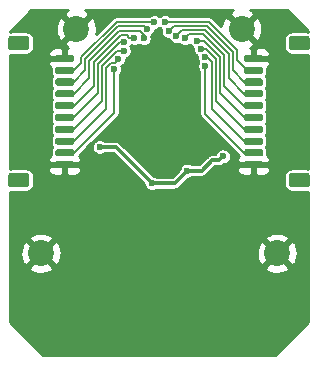
<source format=gbr>
G04 #@! TF.GenerationSoftware,KiCad,Pcbnew,5.1.5-52549c5~84~ubuntu18.04.1*
G04 #@! TF.CreationDate,2020-03-28T18:13:44-07:00*
G04 #@! TF.ProjectId,somos_wristband_2.0,736f6d6f-735f-4777-9269-737462616e64,rev?*
G04 #@! TF.SameCoordinates,Original*
G04 #@! TF.FileFunction,Copper,L2,Bot*
G04 #@! TF.FilePolarity,Positive*
%FSLAX46Y46*%
G04 Gerber Fmt 4.6, Leading zero omitted, Abs format (unit mm)*
G04 Created by KiCad (PCBNEW 5.1.5-52549c5~84~ubuntu18.04.1) date 2020-03-28 18:13:44*
%MOMM*%
%LPD*%
G04 APERTURE LIST*
%ADD10C,2.200000*%
%ADD11C,0.100000*%
%ADD12C,0.600000*%
%ADD13C,0.300000*%
%ADD14C,0.200000*%
%ADD15C,0.254000*%
G04 APERTURE END LIST*
D10*
X157000000Y-102000000D03*
X143000000Y-102000000D03*
X160000000Y-121000000D03*
X140000000Y-121000000D03*
G04 #@! TA.AperFunction,SMDPad,CuDef*
D11*
G36*
X138799505Y-102601204D02*
G01*
X138823773Y-102604804D01*
X138847572Y-102610765D01*
X138870671Y-102619030D01*
X138892850Y-102629520D01*
X138913893Y-102642132D01*
X138933599Y-102656747D01*
X138951777Y-102673223D01*
X138968253Y-102691401D01*
X138982868Y-102711107D01*
X138995480Y-102732150D01*
X139005970Y-102754329D01*
X139014235Y-102777428D01*
X139020196Y-102801227D01*
X139023796Y-102825495D01*
X139025000Y-102849999D01*
X139025000Y-103550001D01*
X139023796Y-103574505D01*
X139020196Y-103598773D01*
X139014235Y-103622572D01*
X139005970Y-103645671D01*
X138995480Y-103667850D01*
X138982868Y-103688893D01*
X138968253Y-103708599D01*
X138951777Y-103726777D01*
X138933599Y-103743253D01*
X138913893Y-103757868D01*
X138892850Y-103770480D01*
X138870671Y-103780970D01*
X138847572Y-103789235D01*
X138823773Y-103795196D01*
X138799505Y-103798796D01*
X138775001Y-103800000D01*
X137474999Y-103800000D01*
X137450495Y-103798796D01*
X137426227Y-103795196D01*
X137402428Y-103789235D01*
X137379329Y-103780970D01*
X137357150Y-103770480D01*
X137336107Y-103757868D01*
X137316401Y-103743253D01*
X137298223Y-103726777D01*
X137281747Y-103708599D01*
X137267132Y-103688893D01*
X137254520Y-103667850D01*
X137244030Y-103645671D01*
X137235765Y-103622572D01*
X137229804Y-103598773D01*
X137226204Y-103574505D01*
X137225000Y-103550001D01*
X137225000Y-102849999D01*
X137226204Y-102825495D01*
X137229804Y-102801227D01*
X137235765Y-102777428D01*
X137244030Y-102754329D01*
X137254520Y-102732150D01*
X137267132Y-102711107D01*
X137281747Y-102691401D01*
X137298223Y-102673223D01*
X137316401Y-102656747D01*
X137336107Y-102642132D01*
X137357150Y-102629520D01*
X137379329Y-102619030D01*
X137402428Y-102610765D01*
X137426227Y-102604804D01*
X137450495Y-102601204D01*
X137474999Y-102600000D01*
X138775001Y-102600000D01*
X138799505Y-102601204D01*
G37*
G04 #@! TD.AperFunction*
G04 #@! TA.AperFunction,SMDPad,CuDef*
G36*
X138799505Y-114201204D02*
G01*
X138823773Y-114204804D01*
X138847572Y-114210765D01*
X138870671Y-114219030D01*
X138892850Y-114229520D01*
X138913893Y-114242132D01*
X138933599Y-114256747D01*
X138951777Y-114273223D01*
X138968253Y-114291401D01*
X138982868Y-114311107D01*
X138995480Y-114332150D01*
X139005970Y-114354329D01*
X139014235Y-114377428D01*
X139020196Y-114401227D01*
X139023796Y-114425495D01*
X139025000Y-114449999D01*
X139025000Y-115150001D01*
X139023796Y-115174505D01*
X139020196Y-115198773D01*
X139014235Y-115222572D01*
X139005970Y-115245671D01*
X138995480Y-115267850D01*
X138982868Y-115288893D01*
X138968253Y-115308599D01*
X138951777Y-115326777D01*
X138933599Y-115343253D01*
X138913893Y-115357868D01*
X138892850Y-115370480D01*
X138870671Y-115380970D01*
X138847572Y-115389235D01*
X138823773Y-115395196D01*
X138799505Y-115398796D01*
X138775001Y-115400000D01*
X137474999Y-115400000D01*
X137450495Y-115398796D01*
X137426227Y-115395196D01*
X137402428Y-115389235D01*
X137379329Y-115380970D01*
X137357150Y-115370480D01*
X137336107Y-115357868D01*
X137316401Y-115343253D01*
X137298223Y-115326777D01*
X137281747Y-115308599D01*
X137267132Y-115288893D01*
X137254520Y-115267850D01*
X137244030Y-115245671D01*
X137235765Y-115222572D01*
X137229804Y-115198773D01*
X137226204Y-115174505D01*
X137225000Y-115150001D01*
X137225000Y-114449999D01*
X137226204Y-114425495D01*
X137229804Y-114401227D01*
X137235765Y-114377428D01*
X137244030Y-114354329D01*
X137254520Y-114332150D01*
X137267132Y-114311107D01*
X137281747Y-114291401D01*
X137298223Y-114273223D01*
X137316401Y-114256747D01*
X137336107Y-114242132D01*
X137357150Y-114229520D01*
X137379329Y-114219030D01*
X137402428Y-114210765D01*
X137426227Y-114204804D01*
X137450495Y-114201204D01*
X137474999Y-114200000D01*
X138775001Y-114200000D01*
X138799505Y-114201204D01*
G37*
G04 #@! TD.AperFunction*
G04 #@! TA.AperFunction,SMDPad,CuDef*
G36*
X142639703Y-104200722D02*
G01*
X142654264Y-104202882D01*
X142668543Y-104206459D01*
X142682403Y-104211418D01*
X142695710Y-104217712D01*
X142708336Y-104225280D01*
X142720159Y-104234048D01*
X142731066Y-104243934D01*
X142740952Y-104254841D01*
X142749720Y-104266664D01*
X142757288Y-104279290D01*
X142763582Y-104292597D01*
X142768541Y-104306457D01*
X142772118Y-104320736D01*
X142774278Y-104335297D01*
X142775000Y-104350000D01*
X142775000Y-104650000D01*
X142774278Y-104664703D01*
X142772118Y-104679264D01*
X142768541Y-104693543D01*
X142763582Y-104707403D01*
X142757288Y-104720710D01*
X142749720Y-104733336D01*
X142740952Y-104745159D01*
X142731066Y-104756066D01*
X142720159Y-104765952D01*
X142708336Y-104774720D01*
X142695710Y-104782288D01*
X142682403Y-104788582D01*
X142668543Y-104793541D01*
X142654264Y-104797118D01*
X142639703Y-104799278D01*
X142625000Y-104800000D01*
X141375000Y-104800000D01*
X141360297Y-104799278D01*
X141345736Y-104797118D01*
X141331457Y-104793541D01*
X141317597Y-104788582D01*
X141304290Y-104782288D01*
X141291664Y-104774720D01*
X141279841Y-104765952D01*
X141268934Y-104756066D01*
X141259048Y-104745159D01*
X141250280Y-104733336D01*
X141242712Y-104720710D01*
X141236418Y-104707403D01*
X141231459Y-104693543D01*
X141227882Y-104679264D01*
X141225722Y-104664703D01*
X141225000Y-104650000D01*
X141225000Y-104350000D01*
X141225722Y-104335297D01*
X141227882Y-104320736D01*
X141231459Y-104306457D01*
X141236418Y-104292597D01*
X141242712Y-104279290D01*
X141250280Y-104266664D01*
X141259048Y-104254841D01*
X141268934Y-104243934D01*
X141279841Y-104234048D01*
X141291664Y-104225280D01*
X141304290Y-104217712D01*
X141317597Y-104211418D01*
X141331457Y-104206459D01*
X141345736Y-104202882D01*
X141360297Y-104200722D01*
X141375000Y-104200000D01*
X142625000Y-104200000D01*
X142639703Y-104200722D01*
G37*
G04 #@! TD.AperFunction*
G04 #@! TA.AperFunction,SMDPad,CuDef*
G36*
X142639703Y-105200722D02*
G01*
X142654264Y-105202882D01*
X142668543Y-105206459D01*
X142682403Y-105211418D01*
X142695710Y-105217712D01*
X142708336Y-105225280D01*
X142720159Y-105234048D01*
X142731066Y-105243934D01*
X142740952Y-105254841D01*
X142749720Y-105266664D01*
X142757288Y-105279290D01*
X142763582Y-105292597D01*
X142768541Y-105306457D01*
X142772118Y-105320736D01*
X142774278Y-105335297D01*
X142775000Y-105350000D01*
X142775000Y-105650000D01*
X142774278Y-105664703D01*
X142772118Y-105679264D01*
X142768541Y-105693543D01*
X142763582Y-105707403D01*
X142757288Y-105720710D01*
X142749720Y-105733336D01*
X142740952Y-105745159D01*
X142731066Y-105756066D01*
X142720159Y-105765952D01*
X142708336Y-105774720D01*
X142695710Y-105782288D01*
X142682403Y-105788582D01*
X142668543Y-105793541D01*
X142654264Y-105797118D01*
X142639703Y-105799278D01*
X142625000Y-105800000D01*
X141375000Y-105800000D01*
X141360297Y-105799278D01*
X141345736Y-105797118D01*
X141331457Y-105793541D01*
X141317597Y-105788582D01*
X141304290Y-105782288D01*
X141291664Y-105774720D01*
X141279841Y-105765952D01*
X141268934Y-105756066D01*
X141259048Y-105745159D01*
X141250280Y-105733336D01*
X141242712Y-105720710D01*
X141236418Y-105707403D01*
X141231459Y-105693543D01*
X141227882Y-105679264D01*
X141225722Y-105664703D01*
X141225000Y-105650000D01*
X141225000Y-105350000D01*
X141225722Y-105335297D01*
X141227882Y-105320736D01*
X141231459Y-105306457D01*
X141236418Y-105292597D01*
X141242712Y-105279290D01*
X141250280Y-105266664D01*
X141259048Y-105254841D01*
X141268934Y-105243934D01*
X141279841Y-105234048D01*
X141291664Y-105225280D01*
X141304290Y-105217712D01*
X141317597Y-105211418D01*
X141331457Y-105206459D01*
X141345736Y-105202882D01*
X141360297Y-105200722D01*
X141375000Y-105200000D01*
X142625000Y-105200000D01*
X142639703Y-105200722D01*
G37*
G04 #@! TD.AperFunction*
G04 #@! TA.AperFunction,SMDPad,CuDef*
G36*
X142639703Y-106200722D02*
G01*
X142654264Y-106202882D01*
X142668543Y-106206459D01*
X142682403Y-106211418D01*
X142695710Y-106217712D01*
X142708336Y-106225280D01*
X142720159Y-106234048D01*
X142731066Y-106243934D01*
X142740952Y-106254841D01*
X142749720Y-106266664D01*
X142757288Y-106279290D01*
X142763582Y-106292597D01*
X142768541Y-106306457D01*
X142772118Y-106320736D01*
X142774278Y-106335297D01*
X142775000Y-106350000D01*
X142775000Y-106650000D01*
X142774278Y-106664703D01*
X142772118Y-106679264D01*
X142768541Y-106693543D01*
X142763582Y-106707403D01*
X142757288Y-106720710D01*
X142749720Y-106733336D01*
X142740952Y-106745159D01*
X142731066Y-106756066D01*
X142720159Y-106765952D01*
X142708336Y-106774720D01*
X142695710Y-106782288D01*
X142682403Y-106788582D01*
X142668543Y-106793541D01*
X142654264Y-106797118D01*
X142639703Y-106799278D01*
X142625000Y-106800000D01*
X141375000Y-106800000D01*
X141360297Y-106799278D01*
X141345736Y-106797118D01*
X141331457Y-106793541D01*
X141317597Y-106788582D01*
X141304290Y-106782288D01*
X141291664Y-106774720D01*
X141279841Y-106765952D01*
X141268934Y-106756066D01*
X141259048Y-106745159D01*
X141250280Y-106733336D01*
X141242712Y-106720710D01*
X141236418Y-106707403D01*
X141231459Y-106693543D01*
X141227882Y-106679264D01*
X141225722Y-106664703D01*
X141225000Y-106650000D01*
X141225000Y-106350000D01*
X141225722Y-106335297D01*
X141227882Y-106320736D01*
X141231459Y-106306457D01*
X141236418Y-106292597D01*
X141242712Y-106279290D01*
X141250280Y-106266664D01*
X141259048Y-106254841D01*
X141268934Y-106243934D01*
X141279841Y-106234048D01*
X141291664Y-106225280D01*
X141304290Y-106217712D01*
X141317597Y-106211418D01*
X141331457Y-106206459D01*
X141345736Y-106202882D01*
X141360297Y-106200722D01*
X141375000Y-106200000D01*
X142625000Y-106200000D01*
X142639703Y-106200722D01*
G37*
G04 #@! TD.AperFunction*
G04 #@! TA.AperFunction,SMDPad,CuDef*
G36*
X142639703Y-107200722D02*
G01*
X142654264Y-107202882D01*
X142668543Y-107206459D01*
X142682403Y-107211418D01*
X142695710Y-107217712D01*
X142708336Y-107225280D01*
X142720159Y-107234048D01*
X142731066Y-107243934D01*
X142740952Y-107254841D01*
X142749720Y-107266664D01*
X142757288Y-107279290D01*
X142763582Y-107292597D01*
X142768541Y-107306457D01*
X142772118Y-107320736D01*
X142774278Y-107335297D01*
X142775000Y-107350000D01*
X142775000Y-107650000D01*
X142774278Y-107664703D01*
X142772118Y-107679264D01*
X142768541Y-107693543D01*
X142763582Y-107707403D01*
X142757288Y-107720710D01*
X142749720Y-107733336D01*
X142740952Y-107745159D01*
X142731066Y-107756066D01*
X142720159Y-107765952D01*
X142708336Y-107774720D01*
X142695710Y-107782288D01*
X142682403Y-107788582D01*
X142668543Y-107793541D01*
X142654264Y-107797118D01*
X142639703Y-107799278D01*
X142625000Y-107800000D01*
X141375000Y-107800000D01*
X141360297Y-107799278D01*
X141345736Y-107797118D01*
X141331457Y-107793541D01*
X141317597Y-107788582D01*
X141304290Y-107782288D01*
X141291664Y-107774720D01*
X141279841Y-107765952D01*
X141268934Y-107756066D01*
X141259048Y-107745159D01*
X141250280Y-107733336D01*
X141242712Y-107720710D01*
X141236418Y-107707403D01*
X141231459Y-107693543D01*
X141227882Y-107679264D01*
X141225722Y-107664703D01*
X141225000Y-107650000D01*
X141225000Y-107350000D01*
X141225722Y-107335297D01*
X141227882Y-107320736D01*
X141231459Y-107306457D01*
X141236418Y-107292597D01*
X141242712Y-107279290D01*
X141250280Y-107266664D01*
X141259048Y-107254841D01*
X141268934Y-107243934D01*
X141279841Y-107234048D01*
X141291664Y-107225280D01*
X141304290Y-107217712D01*
X141317597Y-107211418D01*
X141331457Y-107206459D01*
X141345736Y-107202882D01*
X141360297Y-107200722D01*
X141375000Y-107200000D01*
X142625000Y-107200000D01*
X142639703Y-107200722D01*
G37*
G04 #@! TD.AperFunction*
G04 #@! TA.AperFunction,SMDPad,CuDef*
G36*
X142639703Y-108200722D02*
G01*
X142654264Y-108202882D01*
X142668543Y-108206459D01*
X142682403Y-108211418D01*
X142695710Y-108217712D01*
X142708336Y-108225280D01*
X142720159Y-108234048D01*
X142731066Y-108243934D01*
X142740952Y-108254841D01*
X142749720Y-108266664D01*
X142757288Y-108279290D01*
X142763582Y-108292597D01*
X142768541Y-108306457D01*
X142772118Y-108320736D01*
X142774278Y-108335297D01*
X142775000Y-108350000D01*
X142775000Y-108650000D01*
X142774278Y-108664703D01*
X142772118Y-108679264D01*
X142768541Y-108693543D01*
X142763582Y-108707403D01*
X142757288Y-108720710D01*
X142749720Y-108733336D01*
X142740952Y-108745159D01*
X142731066Y-108756066D01*
X142720159Y-108765952D01*
X142708336Y-108774720D01*
X142695710Y-108782288D01*
X142682403Y-108788582D01*
X142668543Y-108793541D01*
X142654264Y-108797118D01*
X142639703Y-108799278D01*
X142625000Y-108800000D01*
X141375000Y-108800000D01*
X141360297Y-108799278D01*
X141345736Y-108797118D01*
X141331457Y-108793541D01*
X141317597Y-108788582D01*
X141304290Y-108782288D01*
X141291664Y-108774720D01*
X141279841Y-108765952D01*
X141268934Y-108756066D01*
X141259048Y-108745159D01*
X141250280Y-108733336D01*
X141242712Y-108720710D01*
X141236418Y-108707403D01*
X141231459Y-108693543D01*
X141227882Y-108679264D01*
X141225722Y-108664703D01*
X141225000Y-108650000D01*
X141225000Y-108350000D01*
X141225722Y-108335297D01*
X141227882Y-108320736D01*
X141231459Y-108306457D01*
X141236418Y-108292597D01*
X141242712Y-108279290D01*
X141250280Y-108266664D01*
X141259048Y-108254841D01*
X141268934Y-108243934D01*
X141279841Y-108234048D01*
X141291664Y-108225280D01*
X141304290Y-108217712D01*
X141317597Y-108211418D01*
X141331457Y-108206459D01*
X141345736Y-108202882D01*
X141360297Y-108200722D01*
X141375000Y-108200000D01*
X142625000Y-108200000D01*
X142639703Y-108200722D01*
G37*
G04 #@! TD.AperFunction*
G04 #@! TA.AperFunction,SMDPad,CuDef*
G36*
X142639703Y-109200722D02*
G01*
X142654264Y-109202882D01*
X142668543Y-109206459D01*
X142682403Y-109211418D01*
X142695710Y-109217712D01*
X142708336Y-109225280D01*
X142720159Y-109234048D01*
X142731066Y-109243934D01*
X142740952Y-109254841D01*
X142749720Y-109266664D01*
X142757288Y-109279290D01*
X142763582Y-109292597D01*
X142768541Y-109306457D01*
X142772118Y-109320736D01*
X142774278Y-109335297D01*
X142775000Y-109350000D01*
X142775000Y-109650000D01*
X142774278Y-109664703D01*
X142772118Y-109679264D01*
X142768541Y-109693543D01*
X142763582Y-109707403D01*
X142757288Y-109720710D01*
X142749720Y-109733336D01*
X142740952Y-109745159D01*
X142731066Y-109756066D01*
X142720159Y-109765952D01*
X142708336Y-109774720D01*
X142695710Y-109782288D01*
X142682403Y-109788582D01*
X142668543Y-109793541D01*
X142654264Y-109797118D01*
X142639703Y-109799278D01*
X142625000Y-109800000D01*
X141375000Y-109800000D01*
X141360297Y-109799278D01*
X141345736Y-109797118D01*
X141331457Y-109793541D01*
X141317597Y-109788582D01*
X141304290Y-109782288D01*
X141291664Y-109774720D01*
X141279841Y-109765952D01*
X141268934Y-109756066D01*
X141259048Y-109745159D01*
X141250280Y-109733336D01*
X141242712Y-109720710D01*
X141236418Y-109707403D01*
X141231459Y-109693543D01*
X141227882Y-109679264D01*
X141225722Y-109664703D01*
X141225000Y-109650000D01*
X141225000Y-109350000D01*
X141225722Y-109335297D01*
X141227882Y-109320736D01*
X141231459Y-109306457D01*
X141236418Y-109292597D01*
X141242712Y-109279290D01*
X141250280Y-109266664D01*
X141259048Y-109254841D01*
X141268934Y-109243934D01*
X141279841Y-109234048D01*
X141291664Y-109225280D01*
X141304290Y-109217712D01*
X141317597Y-109211418D01*
X141331457Y-109206459D01*
X141345736Y-109202882D01*
X141360297Y-109200722D01*
X141375000Y-109200000D01*
X142625000Y-109200000D01*
X142639703Y-109200722D01*
G37*
G04 #@! TD.AperFunction*
G04 #@! TA.AperFunction,SMDPad,CuDef*
G36*
X142639703Y-110200722D02*
G01*
X142654264Y-110202882D01*
X142668543Y-110206459D01*
X142682403Y-110211418D01*
X142695710Y-110217712D01*
X142708336Y-110225280D01*
X142720159Y-110234048D01*
X142731066Y-110243934D01*
X142740952Y-110254841D01*
X142749720Y-110266664D01*
X142757288Y-110279290D01*
X142763582Y-110292597D01*
X142768541Y-110306457D01*
X142772118Y-110320736D01*
X142774278Y-110335297D01*
X142775000Y-110350000D01*
X142775000Y-110650000D01*
X142774278Y-110664703D01*
X142772118Y-110679264D01*
X142768541Y-110693543D01*
X142763582Y-110707403D01*
X142757288Y-110720710D01*
X142749720Y-110733336D01*
X142740952Y-110745159D01*
X142731066Y-110756066D01*
X142720159Y-110765952D01*
X142708336Y-110774720D01*
X142695710Y-110782288D01*
X142682403Y-110788582D01*
X142668543Y-110793541D01*
X142654264Y-110797118D01*
X142639703Y-110799278D01*
X142625000Y-110800000D01*
X141375000Y-110800000D01*
X141360297Y-110799278D01*
X141345736Y-110797118D01*
X141331457Y-110793541D01*
X141317597Y-110788582D01*
X141304290Y-110782288D01*
X141291664Y-110774720D01*
X141279841Y-110765952D01*
X141268934Y-110756066D01*
X141259048Y-110745159D01*
X141250280Y-110733336D01*
X141242712Y-110720710D01*
X141236418Y-110707403D01*
X141231459Y-110693543D01*
X141227882Y-110679264D01*
X141225722Y-110664703D01*
X141225000Y-110650000D01*
X141225000Y-110350000D01*
X141225722Y-110335297D01*
X141227882Y-110320736D01*
X141231459Y-110306457D01*
X141236418Y-110292597D01*
X141242712Y-110279290D01*
X141250280Y-110266664D01*
X141259048Y-110254841D01*
X141268934Y-110243934D01*
X141279841Y-110234048D01*
X141291664Y-110225280D01*
X141304290Y-110217712D01*
X141317597Y-110211418D01*
X141331457Y-110206459D01*
X141345736Y-110202882D01*
X141360297Y-110200722D01*
X141375000Y-110200000D01*
X142625000Y-110200000D01*
X142639703Y-110200722D01*
G37*
G04 #@! TD.AperFunction*
G04 #@! TA.AperFunction,SMDPad,CuDef*
G36*
X142639703Y-111200722D02*
G01*
X142654264Y-111202882D01*
X142668543Y-111206459D01*
X142682403Y-111211418D01*
X142695710Y-111217712D01*
X142708336Y-111225280D01*
X142720159Y-111234048D01*
X142731066Y-111243934D01*
X142740952Y-111254841D01*
X142749720Y-111266664D01*
X142757288Y-111279290D01*
X142763582Y-111292597D01*
X142768541Y-111306457D01*
X142772118Y-111320736D01*
X142774278Y-111335297D01*
X142775000Y-111350000D01*
X142775000Y-111650000D01*
X142774278Y-111664703D01*
X142772118Y-111679264D01*
X142768541Y-111693543D01*
X142763582Y-111707403D01*
X142757288Y-111720710D01*
X142749720Y-111733336D01*
X142740952Y-111745159D01*
X142731066Y-111756066D01*
X142720159Y-111765952D01*
X142708336Y-111774720D01*
X142695710Y-111782288D01*
X142682403Y-111788582D01*
X142668543Y-111793541D01*
X142654264Y-111797118D01*
X142639703Y-111799278D01*
X142625000Y-111800000D01*
X141375000Y-111800000D01*
X141360297Y-111799278D01*
X141345736Y-111797118D01*
X141331457Y-111793541D01*
X141317597Y-111788582D01*
X141304290Y-111782288D01*
X141291664Y-111774720D01*
X141279841Y-111765952D01*
X141268934Y-111756066D01*
X141259048Y-111745159D01*
X141250280Y-111733336D01*
X141242712Y-111720710D01*
X141236418Y-111707403D01*
X141231459Y-111693543D01*
X141227882Y-111679264D01*
X141225722Y-111664703D01*
X141225000Y-111650000D01*
X141225000Y-111350000D01*
X141225722Y-111335297D01*
X141227882Y-111320736D01*
X141231459Y-111306457D01*
X141236418Y-111292597D01*
X141242712Y-111279290D01*
X141250280Y-111266664D01*
X141259048Y-111254841D01*
X141268934Y-111243934D01*
X141279841Y-111234048D01*
X141291664Y-111225280D01*
X141304290Y-111217712D01*
X141317597Y-111211418D01*
X141331457Y-111206459D01*
X141345736Y-111202882D01*
X141360297Y-111200722D01*
X141375000Y-111200000D01*
X142625000Y-111200000D01*
X142639703Y-111200722D01*
G37*
G04 #@! TD.AperFunction*
G04 #@! TA.AperFunction,SMDPad,CuDef*
G36*
X142639703Y-112200722D02*
G01*
X142654264Y-112202882D01*
X142668543Y-112206459D01*
X142682403Y-112211418D01*
X142695710Y-112217712D01*
X142708336Y-112225280D01*
X142720159Y-112234048D01*
X142731066Y-112243934D01*
X142740952Y-112254841D01*
X142749720Y-112266664D01*
X142757288Y-112279290D01*
X142763582Y-112292597D01*
X142768541Y-112306457D01*
X142772118Y-112320736D01*
X142774278Y-112335297D01*
X142775000Y-112350000D01*
X142775000Y-112650000D01*
X142774278Y-112664703D01*
X142772118Y-112679264D01*
X142768541Y-112693543D01*
X142763582Y-112707403D01*
X142757288Y-112720710D01*
X142749720Y-112733336D01*
X142740952Y-112745159D01*
X142731066Y-112756066D01*
X142720159Y-112765952D01*
X142708336Y-112774720D01*
X142695710Y-112782288D01*
X142682403Y-112788582D01*
X142668543Y-112793541D01*
X142654264Y-112797118D01*
X142639703Y-112799278D01*
X142625000Y-112800000D01*
X141375000Y-112800000D01*
X141360297Y-112799278D01*
X141345736Y-112797118D01*
X141331457Y-112793541D01*
X141317597Y-112788582D01*
X141304290Y-112782288D01*
X141291664Y-112774720D01*
X141279841Y-112765952D01*
X141268934Y-112756066D01*
X141259048Y-112745159D01*
X141250280Y-112733336D01*
X141242712Y-112720710D01*
X141236418Y-112707403D01*
X141231459Y-112693543D01*
X141227882Y-112679264D01*
X141225722Y-112664703D01*
X141225000Y-112650000D01*
X141225000Y-112350000D01*
X141225722Y-112335297D01*
X141227882Y-112320736D01*
X141231459Y-112306457D01*
X141236418Y-112292597D01*
X141242712Y-112279290D01*
X141250280Y-112266664D01*
X141259048Y-112254841D01*
X141268934Y-112243934D01*
X141279841Y-112234048D01*
X141291664Y-112225280D01*
X141304290Y-112217712D01*
X141317597Y-112211418D01*
X141331457Y-112206459D01*
X141345736Y-112202882D01*
X141360297Y-112200722D01*
X141375000Y-112200000D01*
X142625000Y-112200000D01*
X142639703Y-112200722D01*
G37*
G04 #@! TD.AperFunction*
G04 #@! TA.AperFunction,SMDPad,CuDef*
G36*
X142639703Y-113200722D02*
G01*
X142654264Y-113202882D01*
X142668543Y-113206459D01*
X142682403Y-113211418D01*
X142695710Y-113217712D01*
X142708336Y-113225280D01*
X142720159Y-113234048D01*
X142731066Y-113243934D01*
X142740952Y-113254841D01*
X142749720Y-113266664D01*
X142757288Y-113279290D01*
X142763582Y-113292597D01*
X142768541Y-113306457D01*
X142772118Y-113320736D01*
X142774278Y-113335297D01*
X142775000Y-113350000D01*
X142775000Y-113650000D01*
X142774278Y-113664703D01*
X142772118Y-113679264D01*
X142768541Y-113693543D01*
X142763582Y-113707403D01*
X142757288Y-113720710D01*
X142749720Y-113733336D01*
X142740952Y-113745159D01*
X142731066Y-113756066D01*
X142720159Y-113765952D01*
X142708336Y-113774720D01*
X142695710Y-113782288D01*
X142682403Y-113788582D01*
X142668543Y-113793541D01*
X142654264Y-113797118D01*
X142639703Y-113799278D01*
X142625000Y-113800000D01*
X141375000Y-113800000D01*
X141360297Y-113799278D01*
X141345736Y-113797118D01*
X141331457Y-113793541D01*
X141317597Y-113788582D01*
X141304290Y-113782288D01*
X141291664Y-113774720D01*
X141279841Y-113765952D01*
X141268934Y-113756066D01*
X141259048Y-113745159D01*
X141250280Y-113733336D01*
X141242712Y-113720710D01*
X141236418Y-113707403D01*
X141231459Y-113693543D01*
X141227882Y-113679264D01*
X141225722Y-113664703D01*
X141225000Y-113650000D01*
X141225000Y-113350000D01*
X141225722Y-113335297D01*
X141227882Y-113320736D01*
X141231459Y-113306457D01*
X141236418Y-113292597D01*
X141242712Y-113279290D01*
X141250280Y-113266664D01*
X141259048Y-113254841D01*
X141268934Y-113243934D01*
X141279841Y-113234048D01*
X141291664Y-113225280D01*
X141304290Y-113217712D01*
X141317597Y-113211418D01*
X141331457Y-113206459D01*
X141345736Y-113202882D01*
X141360297Y-113200722D01*
X141375000Y-113200000D01*
X142625000Y-113200000D01*
X142639703Y-113200722D01*
G37*
G04 #@! TD.AperFunction*
G04 #@! TA.AperFunction,SMDPad,CuDef*
G36*
X162549505Y-114201204D02*
G01*
X162573773Y-114204804D01*
X162597572Y-114210765D01*
X162620671Y-114219030D01*
X162642850Y-114229520D01*
X162663893Y-114242132D01*
X162683599Y-114256747D01*
X162701777Y-114273223D01*
X162718253Y-114291401D01*
X162732868Y-114311107D01*
X162745480Y-114332150D01*
X162755970Y-114354329D01*
X162764235Y-114377428D01*
X162770196Y-114401227D01*
X162773796Y-114425495D01*
X162775000Y-114449999D01*
X162775000Y-115150001D01*
X162773796Y-115174505D01*
X162770196Y-115198773D01*
X162764235Y-115222572D01*
X162755970Y-115245671D01*
X162745480Y-115267850D01*
X162732868Y-115288893D01*
X162718253Y-115308599D01*
X162701777Y-115326777D01*
X162683599Y-115343253D01*
X162663893Y-115357868D01*
X162642850Y-115370480D01*
X162620671Y-115380970D01*
X162597572Y-115389235D01*
X162573773Y-115395196D01*
X162549505Y-115398796D01*
X162525001Y-115400000D01*
X161224999Y-115400000D01*
X161200495Y-115398796D01*
X161176227Y-115395196D01*
X161152428Y-115389235D01*
X161129329Y-115380970D01*
X161107150Y-115370480D01*
X161086107Y-115357868D01*
X161066401Y-115343253D01*
X161048223Y-115326777D01*
X161031747Y-115308599D01*
X161017132Y-115288893D01*
X161004520Y-115267850D01*
X160994030Y-115245671D01*
X160985765Y-115222572D01*
X160979804Y-115198773D01*
X160976204Y-115174505D01*
X160975000Y-115150001D01*
X160975000Y-114449999D01*
X160976204Y-114425495D01*
X160979804Y-114401227D01*
X160985765Y-114377428D01*
X160994030Y-114354329D01*
X161004520Y-114332150D01*
X161017132Y-114311107D01*
X161031747Y-114291401D01*
X161048223Y-114273223D01*
X161066401Y-114256747D01*
X161086107Y-114242132D01*
X161107150Y-114229520D01*
X161129329Y-114219030D01*
X161152428Y-114210765D01*
X161176227Y-114204804D01*
X161200495Y-114201204D01*
X161224999Y-114200000D01*
X162525001Y-114200000D01*
X162549505Y-114201204D01*
G37*
G04 #@! TD.AperFunction*
G04 #@! TA.AperFunction,SMDPad,CuDef*
G36*
X162549505Y-102601204D02*
G01*
X162573773Y-102604804D01*
X162597572Y-102610765D01*
X162620671Y-102619030D01*
X162642850Y-102629520D01*
X162663893Y-102642132D01*
X162683599Y-102656747D01*
X162701777Y-102673223D01*
X162718253Y-102691401D01*
X162732868Y-102711107D01*
X162745480Y-102732150D01*
X162755970Y-102754329D01*
X162764235Y-102777428D01*
X162770196Y-102801227D01*
X162773796Y-102825495D01*
X162775000Y-102849999D01*
X162775000Y-103550001D01*
X162773796Y-103574505D01*
X162770196Y-103598773D01*
X162764235Y-103622572D01*
X162755970Y-103645671D01*
X162745480Y-103667850D01*
X162732868Y-103688893D01*
X162718253Y-103708599D01*
X162701777Y-103726777D01*
X162683599Y-103743253D01*
X162663893Y-103757868D01*
X162642850Y-103770480D01*
X162620671Y-103780970D01*
X162597572Y-103789235D01*
X162573773Y-103795196D01*
X162549505Y-103798796D01*
X162525001Y-103800000D01*
X161224999Y-103800000D01*
X161200495Y-103798796D01*
X161176227Y-103795196D01*
X161152428Y-103789235D01*
X161129329Y-103780970D01*
X161107150Y-103770480D01*
X161086107Y-103757868D01*
X161066401Y-103743253D01*
X161048223Y-103726777D01*
X161031747Y-103708599D01*
X161017132Y-103688893D01*
X161004520Y-103667850D01*
X160994030Y-103645671D01*
X160985765Y-103622572D01*
X160979804Y-103598773D01*
X160976204Y-103574505D01*
X160975000Y-103550001D01*
X160975000Y-102849999D01*
X160976204Y-102825495D01*
X160979804Y-102801227D01*
X160985765Y-102777428D01*
X160994030Y-102754329D01*
X161004520Y-102732150D01*
X161017132Y-102711107D01*
X161031747Y-102691401D01*
X161048223Y-102673223D01*
X161066401Y-102656747D01*
X161086107Y-102642132D01*
X161107150Y-102629520D01*
X161129329Y-102619030D01*
X161152428Y-102610765D01*
X161176227Y-102604804D01*
X161200495Y-102601204D01*
X161224999Y-102600000D01*
X162525001Y-102600000D01*
X162549505Y-102601204D01*
G37*
G04 #@! TD.AperFunction*
G04 #@! TA.AperFunction,SMDPad,CuDef*
G36*
X158639703Y-113200722D02*
G01*
X158654264Y-113202882D01*
X158668543Y-113206459D01*
X158682403Y-113211418D01*
X158695710Y-113217712D01*
X158708336Y-113225280D01*
X158720159Y-113234048D01*
X158731066Y-113243934D01*
X158740952Y-113254841D01*
X158749720Y-113266664D01*
X158757288Y-113279290D01*
X158763582Y-113292597D01*
X158768541Y-113306457D01*
X158772118Y-113320736D01*
X158774278Y-113335297D01*
X158775000Y-113350000D01*
X158775000Y-113650000D01*
X158774278Y-113664703D01*
X158772118Y-113679264D01*
X158768541Y-113693543D01*
X158763582Y-113707403D01*
X158757288Y-113720710D01*
X158749720Y-113733336D01*
X158740952Y-113745159D01*
X158731066Y-113756066D01*
X158720159Y-113765952D01*
X158708336Y-113774720D01*
X158695710Y-113782288D01*
X158682403Y-113788582D01*
X158668543Y-113793541D01*
X158654264Y-113797118D01*
X158639703Y-113799278D01*
X158625000Y-113800000D01*
X157375000Y-113800000D01*
X157360297Y-113799278D01*
X157345736Y-113797118D01*
X157331457Y-113793541D01*
X157317597Y-113788582D01*
X157304290Y-113782288D01*
X157291664Y-113774720D01*
X157279841Y-113765952D01*
X157268934Y-113756066D01*
X157259048Y-113745159D01*
X157250280Y-113733336D01*
X157242712Y-113720710D01*
X157236418Y-113707403D01*
X157231459Y-113693543D01*
X157227882Y-113679264D01*
X157225722Y-113664703D01*
X157225000Y-113650000D01*
X157225000Y-113350000D01*
X157225722Y-113335297D01*
X157227882Y-113320736D01*
X157231459Y-113306457D01*
X157236418Y-113292597D01*
X157242712Y-113279290D01*
X157250280Y-113266664D01*
X157259048Y-113254841D01*
X157268934Y-113243934D01*
X157279841Y-113234048D01*
X157291664Y-113225280D01*
X157304290Y-113217712D01*
X157317597Y-113211418D01*
X157331457Y-113206459D01*
X157345736Y-113202882D01*
X157360297Y-113200722D01*
X157375000Y-113200000D01*
X158625000Y-113200000D01*
X158639703Y-113200722D01*
G37*
G04 #@! TD.AperFunction*
G04 #@! TA.AperFunction,SMDPad,CuDef*
G36*
X158639703Y-112200722D02*
G01*
X158654264Y-112202882D01*
X158668543Y-112206459D01*
X158682403Y-112211418D01*
X158695710Y-112217712D01*
X158708336Y-112225280D01*
X158720159Y-112234048D01*
X158731066Y-112243934D01*
X158740952Y-112254841D01*
X158749720Y-112266664D01*
X158757288Y-112279290D01*
X158763582Y-112292597D01*
X158768541Y-112306457D01*
X158772118Y-112320736D01*
X158774278Y-112335297D01*
X158775000Y-112350000D01*
X158775000Y-112650000D01*
X158774278Y-112664703D01*
X158772118Y-112679264D01*
X158768541Y-112693543D01*
X158763582Y-112707403D01*
X158757288Y-112720710D01*
X158749720Y-112733336D01*
X158740952Y-112745159D01*
X158731066Y-112756066D01*
X158720159Y-112765952D01*
X158708336Y-112774720D01*
X158695710Y-112782288D01*
X158682403Y-112788582D01*
X158668543Y-112793541D01*
X158654264Y-112797118D01*
X158639703Y-112799278D01*
X158625000Y-112800000D01*
X157375000Y-112800000D01*
X157360297Y-112799278D01*
X157345736Y-112797118D01*
X157331457Y-112793541D01*
X157317597Y-112788582D01*
X157304290Y-112782288D01*
X157291664Y-112774720D01*
X157279841Y-112765952D01*
X157268934Y-112756066D01*
X157259048Y-112745159D01*
X157250280Y-112733336D01*
X157242712Y-112720710D01*
X157236418Y-112707403D01*
X157231459Y-112693543D01*
X157227882Y-112679264D01*
X157225722Y-112664703D01*
X157225000Y-112650000D01*
X157225000Y-112350000D01*
X157225722Y-112335297D01*
X157227882Y-112320736D01*
X157231459Y-112306457D01*
X157236418Y-112292597D01*
X157242712Y-112279290D01*
X157250280Y-112266664D01*
X157259048Y-112254841D01*
X157268934Y-112243934D01*
X157279841Y-112234048D01*
X157291664Y-112225280D01*
X157304290Y-112217712D01*
X157317597Y-112211418D01*
X157331457Y-112206459D01*
X157345736Y-112202882D01*
X157360297Y-112200722D01*
X157375000Y-112200000D01*
X158625000Y-112200000D01*
X158639703Y-112200722D01*
G37*
G04 #@! TD.AperFunction*
G04 #@! TA.AperFunction,SMDPad,CuDef*
G36*
X158639703Y-111200722D02*
G01*
X158654264Y-111202882D01*
X158668543Y-111206459D01*
X158682403Y-111211418D01*
X158695710Y-111217712D01*
X158708336Y-111225280D01*
X158720159Y-111234048D01*
X158731066Y-111243934D01*
X158740952Y-111254841D01*
X158749720Y-111266664D01*
X158757288Y-111279290D01*
X158763582Y-111292597D01*
X158768541Y-111306457D01*
X158772118Y-111320736D01*
X158774278Y-111335297D01*
X158775000Y-111350000D01*
X158775000Y-111650000D01*
X158774278Y-111664703D01*
X158772118Y-111679264D01*
X158768541Y-111693543D01*
X158763582Y-111707403D01*
X158757288Y-111720710D01*
X158749720Y-111733336D01*
X158740952Y-111745159D01*
X158731066Y-111756066D01*
X158720159Y-111765952D01*
X158708336Y-111774720D01*
X158695710Y-111782288D01*
X158682403Y-111788582D01*
X158668543Y-111793541D01*
X158654264Y-111797118D01*
X158639703Y-111799278D01*
X158625000Y-111800000D01*
X157375000Y-111800000D01*
X157360297Y-111799278D01*
X157345736Y-111797118D01*
X157331457Y-111793541D01*
X157317597Y-111788582D01*
X157304290Y-111782288D01*
X157291664Y-111774720D01*
X157279841Y-111765952D01*
X157268934Y-111756066D01*
X157259048Y-111745159D01*
X157250280Y-111733336D01*
X157242712Y-111720710D01*
X157236418Y-111707403D01*
X157231459Y-111693543D01*
X157227882Y-111679264D01*
X157225722Y-111664703D01*
X157225000Y-111650000D01*
X157225000Y-111350000D01*
X157225722Y-111335297D01*
X157227882Y-111320736D01*
X157231459Y-111306457D01*
X157236418Y-111292597D01*
X157242712Y-111279290D01*
X157250280Y-111266664D01*
X157259048Y-111254841D01*
X157268934Y-111243934D01*
X157279841Y-111234048D01*
X157291664Y-111225280D01*
X157304290Y-111217712D01*
X157317597Y-111211418D01*
X157331457Y-111206459D01*
X157345736Y-111202882D01*
X157360297Y-111200722D01*
X157375000Y-111200000D01*
X158625000Y-111200000D01*
X158639703Y-111200722D01*
G37*
G04 #@! TD.AperFunction*
G04 #@! TA.AperFunction,SMDPad,CuDef*
G36*
X158639703Y-110200722D02*
G01*
X158654264Y-110202882D01*
X158668543Y-110206459D01*
X158682403Y-110211418D01*
X158695710Y-110217712D01*
X158708336Y-110225280D01*
X158720159Y-110234048D01*
X158731066Y-110243934D01*
X158740952Y-110254841D01*
X158749720Y-110266664D01*
X158757288Y-110279290D01*
X158763582Y-110292597D01*
X158768541Y-110306457D01*
X158772118Y-110320736D01*
X158774278Y-110335297D01*
X158775000Y-110350000D01*
X158775000Y-110650000D01*
X158774278Y-110664703D01*
X158772118Y-110679264D01*
X158768541Y-110693543D01*
X158763582Y-110707403D01*
X158757288Y-110720710D01*
X158749720Y-110733336D01*
X158740952Y-110745159D01*
X158731066Y-110756066D01*
X158720159Y-110765952D01*
X158708336Y-110774720D01*
X158695710Y-110782288D01*
X158682403Y-110788582D01*
X158668543Y-110793541D01*
X158654264Y-110797118D01*
X158639703Y-110799278D01*
X158625000Y-110800000D01*
X157375000Y-110800000D01*
X157360297Y-110799278D01*
X157345736Y-110797118D01*
X157331457Y-110793541D01*
X157317597Y-110788582D01*
X157304290Y-110782288D01*
X157291664Y-110774720D01*
X157279841Y-110765952D01*
X157268934Y-110756066D01*
X157259048Y-110745159D01*
X157250280Y-110733336D01*
X157242712Y-110720710D01*
X157236418Y-110707403D01*
X157231459Y-110693543D01*
X157227882Y-110679264D01*
X157225722Y-110664703D01*
X157225000Y-110650000D01*
X157225000Y-110350000D01*
X157225722Y-110335297D01*
X157227882Y-110320736D01*
X157231459Y-110306457D01*
X157236418Y-110292597D01*
X157242712Y-110279290D01*
X157250280Y-110266664D01*
X157259048Y-110254841D01*
X157268934Y-110243934D01*
X157279841Y-110234048D01*
X157291664Y-110225280D01*
X157304290Y-110217712D01*
X157317597Y-110211418D01*
X157331457Y-110206459D01*
X157345736Y-110202882D01*
X157360297Y-110200722D01*
X157375000Y-110200000D01*
X158625000Y-110200000D01*
X158639703Y-110200722D01*
G37*
G04 #@! TD.AperFunction*
G04 #@! TA.AperFunction,SMDPad,CuDef*
G36*
X158639703Y-109200722D02*
G01*
X158654264Y-109202882D01*
X158668543Y-109206459D01*
X158682403Y-109211418D01*
X158695710Y-109217712D01*
X158708336Y-109225280D01*
X158720159Y-109234048D01*
X158731066Y-109243934D01*
X158740952Y-109254841D01*
X158749720Y-109266664D01*
X158757288Y-109279290D01*
X158763582Y-109292597D01*
X158768541Y-109306457D01*
X158772118Y-109320736D01*
X158774278Y-109335297D01*
X158775000Y-109350000D01*
X158775000Y-109650000D01*
X158774278Y-109664703D01*
X158772118Y-109679264D01*
X158768541Y-109693543D01*
X158763582Y-109707403D01*
X158757288Y-109720710D01*
X158749720Y-109733336D01*
X158740952Y-109745159D01*
X158731066Y-109756066D01*
X158720159Y-109765952D01*
X158708336Y-109774720D01*
X158695710Y-109782288D01*
X158682403Y-109788582D01*
X158668543Y-109793541D01*
X158654264Y-109797118D01*
X158639703Y-109799278D01*
X158625000Y-109800000D01*
X157375000Y-109800000D01*
X157360297Y-109799278D01*
X157345736Y-109797118D01*
X157331457Y-109793541D01*
X157317597Y-109788582D01*
X157304290Y-109782288D01*
X157291664Y-109774720D01*
X157279841Y-109765952D01*
X157268934Y-109756066D01*
X157259048Y-109745159D01*
X157250280Y-109733336D01*
X157242712Y-109720710D01*
X157236418Y-109707403D01*
X157231459Y-109693543D01*
X157227882Y-109679264D01*
X157225722Y-109664703D01*
X157225000Y-109650000D01*
X157225000Y-109350000D01*
X157225722Y-109335297D01*
X157227882Y-109320736D01*
X157231459Y-109306457D01*
X157236418Y-109292597D01*
X157242712Y-109279290D01*
X157250280Y-109266664D01*
X157259048Y-109254841D01*
X157268934Y-109243934D01*
X157279841Y-109234048D01*
X157291664Y-109225280D01*
X157304290Y-109217712D01*
X157317597Y-109211418D01*
X157331457Y-109206459D01*
X157345736Y-109202882D01*
X157360297Y-109200722D01*
X157375000Y-109200000D01*
X158625000Y-109200000D01*
X158639703Y-109200722D01*
G37*
G04 #@! TD.AperFunction*
G04 #@! TA.AperFunction,SMDPad,CuDef*
G36*
X158639703Y-108200722D02*
G01*
X158654264Y-108202882D01*
X158668543Y-108206459D01*
X158682403Y-108211418D01*
X158695710Y-108217712D01*
X158708336Y-108225280D01*
X158720159Y-108234048D01*
X158731066Y-108243934D01*
X158740952Y-108254841D01*
X158749720Y-108266664D01*
X158757288Y-108279290D01*
X158763582Y-108292597D01*
X158768541Y-108306457D01*
X158772118Y-108320736D01*
X158774278Y-108335297D01*
X158775000Y-108350000D01*
X158775000Y-108650000D01*
X158774278Y-108664703D01*
X158772118Y-108679264D01*
X158768541Y-108693543D01*
X158763582Y-108707403D01*
X158757288Y-108720710D01*
X158749720Y-108733336D01*
X158740952Y-108745159D01*
X158731066Y-108756066D01*
X158720159Y-108765952D01*
X158708336Y-108774720D01*
X158695710Y-108782288D01*
X158682403Y-108788582D01*
X158668543Y-108793541D01*
X158654264Y-108797118D01*
X158639703Y-108799278D01*
X158625000Y-108800000D01*
X157375000Y-108800000D01*
X157360297Y-108799278D01*
X157345736Y-108797118D01*
X157331457Y-108793541D01*
X157317597Y-108788582D01*
X157304290Y-108782288D01*
X157291664Y-108774720D01*
X157279841Y-108765952D01*
X157268934Y-108756066D01*
X157259048Y-108745159D01*
X157250280Y-108733336D01*
X157242712Y-108720710D01*
X157236418Y-108707403D01*
X157231459Y-108693543D01*
X157227882Y-108679264D01*
X157225722Y-108664703D01*
X157225000Y-108650000D01*
X157225000Y-108350000D01*
X157225722Y-108335297D01*
X157227882Y-108320736D01*
X157231459Y-108306457D01*
X157236418Y-108292597D01*
X157242712Y-108279290D01*
X157250280Y-108266664D01*
X157259048Y-108254841D01*
X157268934Y-108243934D01*
X157279841Y-108234048D01*
X157291664Y-108225280D01*
X157304290Y-108217712D01*
X157317597Y-108211418D01*
X157331457Y-108206459D01*
X157345736Y-108202882D01*
X157360297Y-108200722D01*
X157375000Y-108200000D01*
X158625000Y-108200000D01*
X158639703Y-108200722D01*
G37*
G04 #@! TD.AperFunction*
G04 #@! TA.AperFunction,SMDPad,CuDef*
G36*
X158639703Y-107200722D02*
G01*
X158654264Y-107202882D01*
X158668543Y-107206459D01*
X158682403Y-107211418D01*
X158695710Y-107217712D01*
X158708336Y-107225280D01*
X158720159Y-107234048D01*
X158731066Y-107243934D01*
X158740952Y-107254841D01*
X158749720Y-107266664D01*
X158757288Y-107279290D01*
X158763582Y-107292597D01*
X158768541Y-107306457D01*
X158772118Y-107320736D01*
X158774278Y-107335297D01*
X158775000Y-107350000D01*
X158775000Y-107650000D01*
X158774278Y-107664703D01*
X158772118Y-107679264D01*
X158768541Y-107693543D01*
X158763582Y-107707403D01*
X158757288Y-107720710D01*
X158749720Y-107733336D01*
X158740952Y-107745159D01*
X158731066Y-107756066D01*
X158720159Y-107765952D01*
X158708336Y-107774720D01*
X158695710Y-107782288D01*
X158682403Y-107788582D01*
X158668543Y-107793541D01*
X158654264Y-107797118D01*
X158639703Y-107799278D01*
X158625000Y-107800000D01*
X157375000Y-107800000D01*
X157360297Y-107799278D01*
X157345736Y-107797118D01*
X157331457Y-107793541D01*
X157317597Y-107788582D01*
X157304290Y-107782288D01*
X157291664Y-107774720D01*
X157279841Y-107765952D01*
X157268934Y-107756066D01*
X157259048Y-107745159D01*
X157250280Y-107733336D01*
X157242712Y-107720710D01*
X157236418Y-107707403D01*
X157231459Y-107693543D01*
X157227882Y-107679264D01*
X157225722Y-107664703D01*
X157225000Y-107650000D01*
X157225000Y-107350000D01*
X157225722Y-107335297D01*
X157227882Y-107320736D01*
X157231459Y-107306457D01*
X157236418Y-107292597D01*
X157242712Y-107279290D01*
X157250280Y-107266664D01*
X157259048Y-107254841D01*
X157268934Y-107243934D01*
X157279841Y-107234048D01*
X157291664Y-107225280D01*
X157304290Y-107217712D01*
X157317597Y-107211418D01*
X157331457Y-107206459D01*
X157345736Y-107202882D01*
X157360297Y-107200722D01*
X157375000Y-107200000D01*
X158625000Y-107200000D01*
X158639703Y-107200722D01*
G37*
G04 #@! TD.AperFunction*
G04 #@! TA.AperFunction,SMDPad,CuDef*
G36*
X158639703Y-106200722D02*
G01*
X158654264Y-106202882D01*
X158668543Y-106206459D01*
X158682403Y-106211418D01*
X158695710Y-106217712D01*
X158708336Y-106225280D01*
X158720159Y-106234048D01*
X158731066Y-106243934D01*
X158740952Y-106254841D01*
X158749720Y-106266664D01*
X158757288Y-106279290D01*
X158763582Y-106292597D01*
X158768541Y-106306457D01*
X158772118Y-106320736D01*
X158774278Y-106335297D01*
X158775000Y-106350000D01*
X158775000Y-106650000D01*
X158774278Y-106664703D01*
X158772118Y-106679264D01*
X158768541Y-106693543D01*
X158763582Y-106707403D01*
X158757288Y-106720710D01*
X158749720Y-106733336D01*
X158740952Y-106745159D01*
X158731066Y-106756066D01*
X158720159Y-106765952D01*
X158708336Y-106774720D01*
X158695710Y-106782288D01*
X158682403Y-106788582D01*
X158668543Y-106793541D01*
X158654264Y-106797118D01*
X158639703Y-106799278D01*
X158625000Y-106800000D01*
X157375000Y-106800000D01*
X157360297Y-106799278D01*
X157345736Y-106797118D01*
X157331457Y-106793541D01*
X157317597Y-106788582D01*
X157304290Y-106782288D01*
X157291664Y-106774720D01*
X157279841Y-106765952D01*
X157268934Y-106756066D01*
X157259048Y-106745159D01*
X157250280Y-106733336D01*
X157242712Y-106720710D01*
X157236418Y-106707403D01*
X157231459Y-106693543D01*
X157227882Y-106679264D01*
X157225722Y-106664703D01*
X157225000Y-106650000D01*
X157225000Y-106350000D01*
X157225722Y-106335297D01*
X157227882Y-106320736D01*
X157231459Y-106306457D01*
X157236418Y-106292597D01*
X157242712Y-106279290D01*
X157250280Y-106266664D01*
X157259048Y-106254841D01*
X157268934Y-106243934D01*
X157279841Y-106234048D01*
X157291664Y-106225280D01*
X157304290Y-106217712D01*
X157317597Y-106211418D01*
X157331457Y-106206459D01*
X157345736Y-106202882D01*
X157360297Y-106200722D01*
X157375000Y-106200000D01*
X158625000Y-106200000D01*
X158639703Y-106200722D01*
G37*
G04 #@! TD.AperFunction*
G04 #@! TA.AperFunction,SMDPad,CuDef*
G36*
X158639703Y-105200722D02*
G01*
X158654264Y-105202882D01*
X158668543Y-105206459D01*
X158682403Y-105211418D01*
X158695710Y-105217712D01*
X158708336Y-105225280D01*
X158720159Y-105234048D01*
X158731066Y-105243934D01*
X158740952Y-105254841D01*
X158749720Y-105266664D01*
X158757288Y-105279290D01*
X158763582Y-105292597D01*
X158768541Y-105306457D01*
X158772118Y-105320736D01*
X158774278Y-105335297D01*
X158775000Y-105350000D01*
X158775000Y-105650000D01*
X158774278Y-105664703D01*
X158772118Y-105679264D01*
X158768541Y-105693543D01*
X158763582Y-105707403D01*
X158757288Y-105720710D01*
X158749720Y-105733336D01*
X158740952Y-105745159D01*
X158731066Y-105756066D01*
X158720159Y-105765952D01*
X158708336Y-105774720D01*
X158695710Y-105782288D01*
X158682403Y-105788582D01*
X158668543Y-105793541D01*
X158654264Y-105797118D01*
X158639703Y-105799278D01*
X158625000Y-105800000D01*
X157375000Y-105800000D01*
X157360297Y-105799278D01*
X157345736Y-105797118D01*
X157331457Y-105793541D01*
X157317597Y-105788582D01*
X157304290Y-105782288D01*
X157291664Y-105774720D01*
X157279841Y-105765952D01*
X157268934Y-105756066D01*
X157259048Y-105745159D01*
X157250280Y-105733336D01*
X157242712Y-105720710D01*
X157236418Y-105707403D01*
X157231459Y-105693543D01*
X157227882Y-105679264D01*
X157225722Y-105664703D01*
X157225000Y-105650000D01*
X157225000Y-105350000D01*
X157225722Y-105335297D01*
X157227882Y-105320736D01*
X157231459Y-105306457D01*
X157236418Y-105292597D01*
X157242712Y-105279290D01*
X157250280Y-105266664D01*
X157259048Y-105254841D01*
X157268934Y-105243934D01*
X157279841Y-105234048D01*
X157291664Y-105225280D01*
X157304290Y-105217712D01*
X157317597Y-105211418D01*
X157331457Y-105206459D01*
X157345736Y-105202882D01*
X157360297Y-105200722D01*
X157375000Y-105200000D01*
X158625000Y-105200000D01*
X158639703Y-105200722D01*
G37*
G04 #@! TD.AperFunction*
G04 #@! TA.AperFunction,SMDPad,CuDef*
G36*
X158639703Y-104200722D02*
G01*
X158654264Y-104202882D01*
X158668543Y-104206459D01*
X158682403Y-104211418D01*
X158695710Y-104217712D01*
X158708336Y-104225280D01*
X158720159Y-104234048D01*
X158731066Y-104243934D01*
X158740952Y-104254841D01*
X158749720Y-104266664D01*
X158757288Y-104279290D01*
X158763582Y-104292597D01*
X158768541Y-104306457D01*
X158772118Y-104320736D01*
X158774278Y-104335297D01*
X158775000Y-104350000D01*
X158775000Y-104650000D01*
X158774278Y-104664703D01*
X158772118Y-104679264D01*
X158768541Y-104693543D01*
X158763582Y-104707403D01*
X158757288Y-104720710D01*
X158749720Y-104733336D01*
X158740952Y-104745159D01*
X158731066Y-104756066D01*
X158720159Y-104765952D01*
X158708336Y-104774720D01*
X158695710Y-104782288D01*
X158682403Y-104788582D01*
X158668543Y-104793541D01*
X158654264Y-104797118D01*
X158639703Y-104799278D01*
X158625000Y-104800000D01*
X157375000Y-104800000D01*
X157360297Y-104799278D01*
X157345736Y-104797118D01*
X157331457Y-104793541D01*
X157317597Y-104788582D01*
X157304290Y-104782288D01*
X157291664Y-104774720D01*
X157279841Y-104765952D01*
X157268934Y-104756066D01*
X157259048Y-104745159D01*
X157250280Y-104733336D01*
X157242712Y-104720710D01*
X157236418Y-104707403D01*
X157231459Y-104693543D01*
X157227882Y-104679264D01*
X157225722Y-104664703D01*
X157225000Y-104650000D01*
X157225000Y-104350000D01*
X157225722Y-104335297D01*
X157227882Y-104320736D01*
X157231459Y-104306457D01*
X157236418Y-104292597D01*
X157242712Y-104279290D01*
X157250280Y-104266664D01*
X157259048Y-104254841D01*
X157268934Y-104243934D01*
X157279841Y-104234048D01*
X157291664Y-104225280D01*
X157304290Y-104217712D01*
X157317597Y-104211418D01*
X157331457Y-104206459D01*
X157345736Y-104202882D01*
X157360297Y-104200722D01*
X157375000Y-104200000D01*
X158625000Y-104200000D01*
X158639703Y-104200722D01*
G37*
G04 #@! TD.AperFunction*
D12*
X144970500Y-112014000D03*
X152400000Y-114000000D03*
X155400000Y-112800000D03*
X149400010Y-115075192D03*
X150000000Y-109000000D03*
X148000000Y-107000000D03*
X152000000Y-107000000D03*
X152000000Y-111000000D03*
X148000000Y-111000000D03*
X153897867Y-104393070D03*
X153525256Y-103700987D03*
X153199130Y-103020043D03*
X152200000Y-102800000D03*
X151422414Y-102615776D03*
X150805010Y-102181201D03*
X150500000Y-101400000D03*
X149600000Y-101400000D03*
X149000000Y-102000000D03*
X148701623Y-102800000D03*
X147891208Y-102755010D03*
X147000000Y-103110021D03*
X147000000Y-103865034D03*
X146547603Y-104547601D03*
X146170769Y-105426494D03*
X153911829Y-105147953D03*
D13*
X155100001Y-113099999D02*
X154500001Y-113099999D01*
X155400000Y-112800000D02*
X155100001Y-113099999D01*
X153600000Y-114000000D02*
X152400000Y-114000000D01*
X154500001Y-113099999D02*
X153600000Y-114000000D01*
X151324808Y-115075192D02*
X149400010Y-115075192D01*
X146338818Y-112014000D02*
X149400010Y-115075192D01*
X144970500Y-112014000D02*
X146338818Y-112014000D01*
X152400000Y-114000000D02*
X151324808Y-115075192D01*
D14*
X154469934Y-108744934D02*
X154469934Y-104765137D01*
X157225000Y-111500000D02*
X154469934Y-108744934D01*
X158000000Y-111500000D02*
X157225000Y-111500000D01*
X154097867Y-104393070D02*
X153897867Y-104393070D01*
X154469934Y-104765137D02*
X154097867Y-104393070D01*
X154824945Y-104535245D02*
X153990687Y-103700987D01*
X154824945Y-108099945D02*
X154824945Y-104535245D01*
X153990687Y-103700987D02*
X153525256Y-103700987D01*
X157225000Y-110500000D02*
X154824945Y-108099945D01*
X158000000Y-110500000D02*
X157225000Y-110500000D01*
X158000000Y-109500000D02*
X157225000Y-109500000D01*
X153811803Y-103020043D02*
X153199130Y-103020043D01*
X155179956Y-104388196D02*
X153811803Y-103020043D01*
X155179956Y-107454956D02*
X155179956Y-104388196D01*
X157225000Y-109500000D02*
X155179956Y-107454956D01*
X155534967Y-104241147D02*
X155534967Y-106809967D01*
X152534967Y-102465033D02*
X153758853Y-102465033D01*
X155534967Y-106809967D02*
X157225000Y-108500000D01*
X152200000Y-102800000D02*
X152534967Y-102465033D01*
X157225000Y-108500000D02*
X158000000Y-108500000D01*
X153758853Y-102465033D02*
X155534967Y-104241147D01*
X151928168Y-102110022D02*
X151422414Y-102615776D01*
X153905902Y-102110022D02*
X151928168Y-102110022D01*
X155889978Y-104094098D02*
X153905902Y-102110022D01*
X155889978Y-106164978D02*
X155889978Y-104094098D01*
X157225000Y-107500000D02*
X155889978Y-106164978D01*
X158000000Y-107500000D02*
X157225000Y-107500000D01*
X151231200Y-101755011D02*
X150805010Y-102181201D01*
X157225000Y-106500000D02*
X156244989Y-105519989D01*
X158000000Y-106500000D02*
X157225000Y-106500000D01*
X154052951Y-101755011D02*
X151231200Y-101755011D01*
X156244989Y-103947049D02*
X154052951Y-101755011D01*
X156244989Y-105519989D02*
X156244989Y-103947049D01*
X150500000Y-101400000D02*
X154200000Y-101400000D01*
X154200000Y-101400000D02*
X156600000Y-103800000D01*
X156600000Y-103800000D02*
X156600000Y-104637500D01*
X156600000Y-104637500D02*
X157462500Y-105500000D01*
X157462500Y-105500000D02*
X158000000Y-105500000D01*
X149600000Y-101400000D02*
X146400000Y-101400000D01*
X146400000Y-101400000D02*
X143400000Y-104400000D01*
X143400000Y-104400000D02*
X143400000Y-104875000D01*
X143400000Y-104875000D02*
X142775000Y-105500000D01*
X142775000Y-105500000D02*
X142000000Y-105500000D01*
X143755011Y-105519989D02*
X142775000Y-106500000D01*
X142775000Y-106500000D02*
X142000000Y-106500000D01*
X146547049Y-101755011D02*
X143755011Y-104547049D01*
X148755011Y-101755011D02*
X146547049Y-101755011D01*
X149000000Y-102000000D02*
X148755011Y-101755011D01*
X143755011Y-104547049D02*
X143755011Y-105519989D01*
X142775000Y-107500000D02*
X142000000Y-107500000D01*
X144110022Y-106164978D02*
X142775000Y-107500000D01*
X144110022Y-104694098D02*
X144110022Y-106164978D01*
X146604120Y-102200000D02*
X144110022Y-104694098D01*
X148701623Y-102800000D02*
X148701623Y-102503149D01*
X148701623Y-102503149D02*
X148398474Y-102200000D01*
X148398474Y-102200000D02*
X146604120Y-102200000D01*
X144465033Y-104841147D02*
X146751169Y-102555011D01*
X146751169Y-102555011D02*
X147266945Y-102555011D01*
X142000000Y-108500000D02*
X142775000Y-108500000D01*
X147266945Y-102555011D02*
X147466944Y-102755010D01*
X142775000Y-108500000D02*
X144465033Y-106809967D01*
X147466944Y-102755010D02*
X147891208Y-102755010D01*
X144465033Y-106809967D02*
X144465033Y-104841147D01*
X142000000Y-109500000D02*
X142775000Y-109500000D01*
X142775000Y-109500000D02*
X144820044Y-107454956D01*
X144820044Y-107454956D02*
X144820044Y-104988196D01*
X146698219Y-103110021D02*
X147000000Y-103110021D01*
X144820044Y-104988196D02*
X146698219Y-103110021D01*
X146445266Y-103865034D02*
X147000000Y-103865034D01*
X145175055Y-108099945D02*
X145175055Y-105135245D01*
X142775000Y-110500000D02*
X145175055Y-108099945D01*
X142000000Y-110500000D02*
X142775000Y-110500000D01*
X145175055Y-105135245D02*
X146445266Y-103865034D01*
X146247604Y-104847600D02*
X146547603Y-104547601D01*
X145964760Y-104847600D02*
X146247604Y-104847600D01*
X142775000Y-111500000D02*
X145530066Y-108744934D01*
X145530066Y-108744934D02*
X145530066Y-105282294D01*
X142000000Y-111500000D02*
X142775000Y-111500000D01*
X145530066Y-105282294D02*
X145964760Y-104847600D01*
X146170769Y-109104231D02*
X146170769Y-105426494D01*
X142775000Y-112500000D02*
X146170769Y-109104231D01*
X142000000Y-112500000D02*
X142775000Y-112500000D01*
X153900000Y-105159782D02*
X153911829Y-105147953D01*
X158000000Y-112500000D02*
X157225000Y-112500000D01*
X153900000Y-109175000D02*
X153900000Y-105159782D01*
X157225000Y-112500000D02*
X153900000Y-109175000D01*
D15*
G36*
X142279034Y-100412664D02*
G01*
X142080726Y-100518662D01*
X141972893Y-100793288D01*
X143000000Y-101820395D01*
X144027107Y-100793288D01*
X143919274Y-100518662D01*
X143690290Y-100406000D01*
X156298607Y-100406000D01*
X156279034Y-100412664D01*
X156080726Y-100518662D01*
X155972893Y-100793288D01*
X157000000Y-101820395D01*
X158027107Y-100793288D01*
X157919274Y-100518662D01*
X157690290Y-100406000D01*
X160831831Y-100406000D01*
X162594001Y-102168172D01*
X162594001Y-102223953D01*
X162525001Y-102217157D01*
X161224999Y-102217157D01*
X161101538Y-102229317D01*
X160982821Y-102265329D01*
X160873411Y-102323810D01*
X160777512Y-102402512D01*
X160698810Y-102498411D01*
X160640329Y-102607821D01*
X160604317Y-102726538D01*
X160592157Y-102849999D01*
X160592157Y-103550001D01*
X160604317Y-103673462D01*
X160640329Y-103792179D01*
X160698810Y-103901589D01*
X160777512Y-103997488D01*
X160873411Y-104076190D01*
X160982821Y-104134671D01*
X161101538Y-104170683D01*
X161224999Y-104182843D01*
X162525001Y-104182843D01*
X162594001Y-104176047D01*
X162594001Y-113823953D01*
X162525001Y-113817157D01*
X161224999Y-113817157D01*
X161101538Y-113829317D01*
X160982821Y-113865329D01*
X160873411Y-113923810D01*
X160777512Y-114002512D01*
X160698810Y-114098411D01*
X160640329Y-114207821D01*
X160604317Y-114326538D01*
X160592157Y-114449999D01*
X160592157Y-115150001D01*
X160604317Y-115273462D01*
X160640329Y-115392179D01*
X160698810Y-115501589D01*
X160777512Y-115597488D01*
X160873411Y-115676190D01*
X160982821Y-115734671D01*
X161101538Y-115770683D01*
X161224999Y-115782843D01*
X162525001Y-115782843D01*
X162594000Y-115776047D01*
X162594000Y-126831830D01*
X159831831Y-129594000D01*
X140168170Y-129594000D01*
X137406000Y-126831831D01*
X137406000Y-122206712D01*
X138972893Y-122206712D01*
X139080726Y-122481338D01*
X139387384Y-122632216D01*
X139717585Y-122720369D01*
X140058639Y-122742409D01*
X140397439Y-122697489D01*
X140720966Y-122587336D01*
X140919274Y-122481338D01*
X141027107Y-122206712D01*
X158972893Y-122206712D01*
X159080726Y-122481338D01*
X159387384Y-122632216D01*
X159717585Y-122720369D01*
X160058639Y-122742409D01*
X160397439Y-122697489D01*
X160720966Y-122587336D01*
X160919274Y-122481338D01*
X161027107Y-122206712D01*
X160000000Y-121179605D01*
X158972893Y-122206712D01*
X141027107Y-122206712D01*
X140000000Y-121179605D01*
X138972893Y-122206712D01*
X137406000Y-122206712D01*
X137406000Y-121058639D01*
X138257591Y-121058639D01*
X138302511Y-121397439D01*
X138412664Y-121720966D01*
X138518662Y-121919274D01*
X138793288Y-122027107D01*
X139820395Y-121000000D01*
X140179605Y-121000000D01*
X141206712Y-122027107D01*
X141481338Y-121919274D01*
X141632216Y-121612616D01*
X141720369Y-121282415D01*
X141734830Y-121058639D01*
X158257591Y-121058639D01*
X158302511Y-121397439D01*
X158412664Y-121720966D01*
X158518662Y-121919274D01*
X158793288Y-122027107D01*
X159820395Y-121000000D01*
X160179605Y-121000000D01*
X161206712Y-122027107D01*
X161481338Y-121919274D01*
X161632216Y-121612616D01*
X161720369Y-121282415D01*
X161742409Y-120941361D01*
X161697489Y-120602561D01*
X161587336Y-120279034D01*
X161481338Y-120080726D01*
X161206712Y-119972893D01*
X160179605Y-121000000D01*
X159820395Y-121000000D01*
X158793288Y-119972893D01*
X158518662Y-120080726D01*
X158367784Y-120387384D01*
X158279631Y-120717585D01*
X158257591Y-121058639D01*
X141734830Y-121058639D01*
X141742409Y-120941361D01*
X141697489Y-120602561D01*
X141587336Y-120279034D01*
X141481338Y-120080726D01*
X141206712Y-119972893D01*
X140179605Y-121000000D01*
X139820395Y-121000000D01*
X138793288Y-119972893D01*
X138518662Y-120080726D01*
X138367784Y-120387384D01*
X138279631Y-120717585D01*
X138257591Y-121058639D01*
X137406000Y-121058639D01*
X137406000Y-119793288D01*
X138972893Y-119793288D01*
X140000000Y-120820395D01*
X141027107Y-119793288D01*
X158972893Y-119793288D01*
X160000000Y-120820395D01*
X161027107Y-119793288D01*
X160919274Y-119518662D01*
X160612616Y-119367784D01*
X160282415Y-119279631D01*
X159941361Y-119257591D01*
X159602561Y-119302511D01*
X159279034Y-119412664D01*
X159080726Y-119518662D01*
X158972893Y-119793288D01*
X141027107Y-119793288D01*
X140919274Y-119518662D01*
X140612616Y-119367784D01*
X140282415Y-119279631D01*
X139941361Y-119257591D01*
X139602561Y-119302511D01*
X139279034Y-119412664D01*
X139080726Y-119518662D01*
X138972893Y-119793288D01*
X137406000Y-119793288D01*
X137406000Y-115776047D01*
X137474999Y-115782843D01*
X138775001Y-115782843D01*
X138898462Y-115770683D01*
X139017179Y-115734671D01*
X139126589Y-115676190D01*
X139222488Y-115597488D01*
X139301190Y-115501589D01*
X139359671Y-115392179D01*
X139395683Y-115273462D01*
X139407843Y-115150001D01*
X139407843Y-114449999D01*
X139395683Y-114326538D01*
X139359671Y-114207821D01*
X139301190Y-114098411D01*
X139222488Y-114002512D01*
X139126589Y-113923810D01*
X139017179Y-113865329D01*
X138898462Y-113829317D01*
X138775001Y-113817157D01*
X137474999Y-113817157D01*
X137406000Y-113823953D01*
X137406000Y-113800000D01*
X140586928Y-113800000D01*
X140599188Y-113924482D01*
X140635498Y-114044180D01*
X140694463Y-114154494D01*
X140773815Y-114251185D01*
X140870506Y-114330537D01*
X140980820Y-114389502D01*
X141100518Y-114425812D01*
X141225000Y-114438072D01*
X141714250Y-114435000D01*
X141873000Y-114276250D01*
X141873000Y-113627000D01*
X142127000Y-113627000D01*
X142127000Y-114276250D01*
X142285750Y-114435000D01*
X142775000Y-114438072D01*
X142899482Y-114425812D01*
X143019180Y-114389502D01*
X143129494Y-114330537D01*
X143226185Y-114251185D01*
X143305537Y-114154494D01*
X143364502Y-114044180D01*
X143400812Y-113924482D01*
X143413072Y-113800000D01*
X143410000Y-113785750D01*
X143251250Y-113627000D01*
X142127000Y-113627000D01*
X141873000Y-113627000D01*
X140748750Y-113627000D01*
X140590000Y-113785750D01*
X140586928Y-113800000D01*
X137406000Y-113800000D01*
X137406000Y-104800000D01*
X140586928Y-104800000D01*
X140599188Y-104924482D01*
X140635498Y-105044180D01*
X140694463Y-105154494D01*
X140773815Y-105251185D01*
X140846050Y-105310467D01*
X140842157Y-105350000D01*
X140842157Y-105650000D01*
X140852395Y-105753953D01*
X140882717Y-105853910D01*
X140931957Y-105946032D01*
X140976248Y-106000000D01*
X140931957Y-106053968D01*
X140882717Y-106146090D01*
X140852395Y-106246047D01*
X140842157Y-106350000D01*
X140842157Y-106650000D01*
X140852395Y-106753953D01*
X140882717Y-106853910D01*
X140931957Y-106946032D01*
X140976248Y-107000000D01*
X140931957Y-107053968D01*
X140882717Y-107146090D01*
X140852395Y-107246047D01*
X140842157Y-107350000D01*
X140842157Y-107650000D01*
X140852395Y-107753953D01*
X140882717Y-107853910D01*
X140931957Y-107946032D01*
X140976248Y-108000000D01*
X140931957Y-108053968D01*
X140882717Y-108146090D01*
X140852395Y-108246047D01*
X140842157Y-108350000D01*
X140842157Y-108650000D01*
X140852395Y-108753953D01*
X140882717Y-108853910D01*
X140931957Y-108946032D01*
X140976248Y-109000000D01*
X140931957Y-109053968D01*
X140882717Y-109146090D01*
X140852395Y-109246047D01*
X140842157Y-109350000D01*
X140842157Y-109650000D01*
X140852395Y-109753953D01*
X140882717Y-109853910D01*
X140931957Y-109946032D01*
X140976248Y-110000000D01*
X140931957Y-110053968D01*
X140882717Y-110146090D01*
X140852395Y-110246047D01*
X140842157Y-110350000D01*
X140842157Y-110650000D01*
X140852395Y-110753953D01*
X140882717Y-110853910D01*
X140931957Y-110946032D01*
X140976248Y-111000000D01*
X140931957Y-111053968D01*
X140882717Y-111146090D01*
X140852395Y-111246047D01*
X140842157Y-111350000D01*
X140842157Y-111650000D01*
X140852395Y-111753953D01*
X140882717Y-111853910D01*
X140931957Y-111946032D01*
X140976248Y-112000000D01*
X140931957Y-112053968D01*
X140882717Y-112146090D01*
X140852395Y-112246047D01*
X140842157Y-112350000D01*
X140842157Y-112650000D01*
X140846050Y-112689533D01*
X140773815Y-112748815D01*
X140694463Y-112845506D01*
X140635498Y-112955820D01*
X140599188Y-113075518D01*
X140586928Y-113200000D01*
X140590000Y-113214250D01*
X140748750Y-113373000D01*
X141873000Y-113373000D01*
X141873000Y-113353000D01*
X142127000Y-113353000D01*
X142127000Y-113373000D01*
X143251250Y-113373000D01*
X143410000Y-113214250D01*
X143413072Y-113200000D01*
X143400812Y-113075518D01*
X143364502Y-112955820D01*
X143305537Y-112845506D01*
X143226185Y-112748815D01*
X143215330Y-112739906D01*
X144008309Y-111946927D01*
X144289500Y-111946927D01*
X144289500Y-112081073D01*
X144315671Y-112212640D01*
X144367006Y-112336574D01*
X144441533Y-112448112D01*
X144536388Y-112542967D01*
X144647926Y-112617494D01*
X144771860Y-112668829D01*
X144903427Y-112695000D01*
X145037573Y-112695000D01*
X145169140Y-112668829D01*
X145293074Y-112617494D01*
X145401569Y-112545000D01*
X146118872Y-112545000D01*
X148719724Y-115145853D01*
X148745181Y-115273832D01*
X148796516Y-115397766D01*
X148871043Y-115509304D01*
X148965898Y-115604159D01*
X149077436Y-115678686D01*
X149201370Y-115730021D01*
X149332937Y-115756192D01*
X149467083Y-115756192D01*
X149598650Y-115730021D01*
X149722584Y-115678686D01*
X149831079Y-115606192D01*
X151298734Y-115606192D01*
X151324808Y-115608760D01*
X151350882Y-115606192D01*
X151350892Y-115606192D01*
X151428902Y-115598509D01*
X151528996Y-115568145D01*
X151621243Y-115518838D01*
X151702098Y-115452482D01*
X151718729Y-115432217D01*
X152470660Y-114680286D01*
X152598640Y-114654829D01*
X152722574Y-114603494D01*
X152831069Y-114531000D01*
X153573926Y-114531000D01*
X153600000Y-114533568D01*
X153626074Y-114531000D01*
X153626084Y-114531000D01*
X153704094Y-114523317D01*
X153804188Y-114492953D01*
X153896435Y-114443646D01*
X153977290Y-114377290D01*
X153993921Y-114357025D01*
X154550947Y-113800000D01*
X156586928Y-113800000D01*
X156599188Y-113924482D01*
X156635498Y-114044180D01*
X156694463Y-114154494D01*
X156773815Y-114251185D01*
X156870506Y-114330537D01*
X156980820Y-114389502D01*
X157100518Y-114425812D01*
X157225000Y-114438072D01*
X157714250Y-114435000D01*
X157873000Y-114276250D01*
X157873000Y-113627000D01*
X158127000Y-113627000D01*
X158127000Y-114276250D01*
X158285750Y-114435000D01*
X158775000Y-114438072D01*
X158899482Y-114425812D01*
X159019180Y-114389502D01*
X159129494Y-114330537D01*
X159226185Y-114251185D01*
X159305537Y-114154494D01*
X159364502Y-114044180D01*
X159400812Y-113924482D01*
X159413072Y-113800000D01*
X159410000Y-113785750D01*
X159251250Y-113627000D01*
X158127000Y-113627000D01*
X157873000Y-113627000D01*
X156748750Y-113627000D01*
X156590000Y-113785750D01*
X156586928Y-113800000D01*
X154550947Y-113800000D01*
X154719949Y-113630999D01*
X155073927Y-113630999D01*
X155100001Y-113633567D01*
X155126075Y-113630999D01*
X155126085Y-113630999D01*
X155204095Y-113623316D01*
X155304189Y-113592952D01*
X155396436Y-113543645D01*
X155474591Y-113479504D01*
X155598640Y-113454829D01*
X155722574Y-113403494D01*
X155834112Y-113328967D01*
X155928967Y-113234112D01*
X156003494Y-113122574D01*
X156054829Y-112998640D01*
X156081000Y-112867073D01*
X156081000Y-112732927D01*
X156054829Y-112601360D01*
X156003494Y-112477426D01*
X155928967Y-112365888D01*
X155834112Y-112271033D01*
X155722574Y-112196506D01*
X155598640Y-112145171D01*
X155467073Y-112119000D01*
X155332927Y-112119000D01*
X155201360Y-112145171D01*
X155077426Y-112196506D01*
X154965888Y-112271033D01*
X154871033Y-112365888D01*
X154796506Y-112477426D01*
X154758575Y-112568999D01*
X154526075Y-112568999D01*
X154500001Y-112566431D01*
X154473927Y-112568999D01*
X154473917Y-112568999D01*
X154395907Y-112576682D01*
X154314557Y-112601360D01*
X154295813Y-112607046D01*
X154203565Y-112656353D01*
X154142971Y-112706081D01*
X154142965Y-112706087D01*
X154122711Y-112722709D01*
X154106088Y-112742964D01*
X153380054Y-113469000D01*
X152831069Y-113469000D01*
X152722574Y-113396506D01*
X152598640Y-113345171D01*
X152467073Y-113319000D01*
X152332927Y-113319000D01*
X152201360Y-113345171D01*
X152077426Y-113396506D01*
X151965888Y-113471033D01*
X151871033Y-113565888D01*
X151796506Y-113677426D01*
X151745171Y-113801360D01*
X151719714Y-113929340D01*
X151104862Y-114544192D01*
X149831079Y-114544192D01*
X149722584Y-114471698D01*
X149598650Y-114420363D01*
X149470671Y-114394906D01*
X146732739Y-111656975D01*
X146716108Y-111636710D01*
X146635253Y-111570354D01*
X146543006Y-111521047D01*
X146442912Y-111490683D01*
X146364902Y-111483000D01*
X146364892Y-111483000D01*
X146338818Y-111480432D01*
X146312744Y-111483000D01*
X145401569Y-111483000D01*
X145293074Y-111410506D01*
X145169140Y-111359171D01*
X145037573Y-111333000D01*
X144903427Y-111333000D01*
X144771860Y-111359171D01*
X144647926Y-111410506D01*
X144536388Y-111485033D01*
X144441533Y-111579888D01*
X144367006Y-111691426D01*
X144315671Y-111815360D01*
X144289500Y-111946927D01*
X144008309Y-111946927D01*
X146494175Y-109461061D01*
X146512533Y-109445995D01*
X146572641Y-109372753D01*
X146603490Y-109315038D01*
X146617305Y-109289193D01*
X146644809Y-109198524D01*
X146654096Y-109104231D01*
X146651769Y-109080605D01*
X146651769Y-105908573D01*
X146699736Y-105860606D01*
X146774263Y-105749068D01*
X146825598Y-105625134D01*
X146851769Y-105493567D01*
X146851769Y-105359421D01*
X146825598Y-105227854D01*
X146804988Y-105178097D01*
X146870177Y-105151095D01*
X146981715Y-105076568D01*
X147076570Y-104981713D01*
X147151097Y-104870175D01*
X147202432Y-104746241D01*
X147228603Y-104614674D01*
X147228603Y-104507452D01*
X147322574Y-104468528D01*
X147434112Y-104394001D01*
X147528967Y-104299146D01*
X147603494Y-104187608D01*
X147654829Y-104063674D01*
X147681000Y-103932107D01*
X147681000Y-103797961D01*
X147654829Y-103666394D01*
X147603494Y-103542460D01*
X147566789Y-103487528D01*
X147603494Y-103432595D01*
X147624584Y-103381679D01*
X147692568Y-103409839D01*
X147824135Y-103436010D01*
X147958281Y-103436010D01*
X148089848Y-103409839D01*
X148213782Y-103358504D01*
X148263696Y-103325152D01*
X148267511Y-103328967D01*
X148379049Y-103403494D01*
X148502983Y-103454829D01*
X148634550Y-103481000D01*
X148768696Y-103481000D01*
X148900263Y-103454829D01*
X149024197Y-103403494D01*
X149135735Y-103328967D01*
X149230590Y-103234112D01*
X149305117Y-103122574D01*
X149356452Y-102998640D01*
X149382623Y-102867073D01*
X149382623Y-102732927D01*
X149356452Y-102601360D01*
X149349801Y-102585302D01*
X149434112Y-102528967D01*
X149528967Y-102434112D01*
X149603494Y-102322574D01*
X149654829Y-102198640D01*
X149678689Y-102078689D01*
X149798640Y-102054829D01*
X149922574Y-102003494D01*
X150034112Y-101928967D01*
X150050000Y-101913079D01*
X150065888Y-101928967D01*
X150149702Y-101984969D01*
X150124010Y-102114128D01*
X150124010Y-102248274D01*
X150150181Y-102379841D01*
X150201516Y-102503775D01*
X150276043Y-102615313D01*
X150370898Y-102710168D01*
X150482436Y-102784695D01*
X150606370Y-102836030D01*
X150737937Y-102862201D01*
X150787378Y-102862201D01*
X150818920Y-102938350D01*
X150893447Y-103049888D01*
X150988302Y-103144743D01*
X151099840Y-103219270D01*
X151223774Y-103270605D01*
X151355341Y-103296776D01*
X151489487Y-103296776D01*
X151621054Y-103270605D01*
X151682199Y-103245278D01*
X151765888Y-103328967D01*
X151877426Y-103403494D01*
X152001360Y-103454829D01*
X152132927Y-103481000D01*
X152267073Y-103481000D01*
X152398640Y-103454829D01*
X152522574Y-103403494D01*
X152601206Y-103350954D01*
X152670163Y-103454155D01*
X152765018Y-103549010D01*
X152849867Y-103605704D01*
X152844256Y-103633914D01*
X152844256Y-103768060D01*
X152870427Y-103899627D01*
X152921762Y-104023561D01*
X152996289Y-104135099D01*
X153091144Y-104229954D01*
X153202682Y-104304481D01*
X153219741Y-104311547D01*
X153216867Y-104325997D01*
X153216867Y-104460143D01*
X153243038Y-104591710D01*
X153294373Y-104715644D01*
X153338015Y-104780959D01*
X153308335Y-104825379D01*
X153257000Y-104949313D01*
X153230829Y-105080880D01*
X153230829Y-105215026D01*
X153257000Y-105346593D01*
X153308335Y-105470527D01*
X153382862Y-105582065D01*
X153419001Y-105618204D01*
X153419000Y-109151374D01*
X153416673Y-109175000D01*
X153425960Y-109269292D01*
X153431997Y-109289192D01*
X153453464Y-109359960D01*
X153498128Y-109443522D01*
X153558236Y-109516764D01*
X153576594Y-109531830D01*
X156784670Y-112739907D01*
X156773815Y-112748815D01*
X156694463Y-112845506D01*
X156635498Y-112955820D01*
X156599188Y-113075518D01*
X156586928Y-113200000D01*
X156590000Y-113214250D01*
X156748750Y-113373000D01*
X157873000Y-113373000D01*
X157873000Y-113353000D01*
X158127000Y-113353000D01*
X158127000Y-113373000D01*
X159251250Y-113373000D01*
X159410000Y-113214250D01*
X159413072Y-113200000D01*
X159400812Y-113075518D01*
X159364502Y-112955820D01*
X159305537Y-112845506D01*
X159226185Y-112748815D01*
X159153950Y-112689533D01*
X159157843Y-112650000D01*
X159157843Y-112350000D01*
X159147605Y-112246047D01*
X159117283Y-112146090D01*
X159068043Y-112053968D01*
X159023752Y-112000000D01*
X159068043Y-111946032D01*
X159117283Y-111853910D01*
X159147605Y-111753953D01*
X159157843Y-111650000D01*
X159157843Y-111350000D01*
X159147605Y-111246047D01*
X159117283Y-111146090D01*
X159068043Y-111053968D01*
X159023752Y-111000000D01*
X159068043Y-110946032D01*
X159117283Y-110853910D01*
X159147605Y-110753953D01*
X159157843Y-110650000D01*
X159157843Y-110350000D01*
X159147605Y-110246047D01*
X159117283Y-110146090D01*
X159068043Y-110053968D01*
X159023752Y-110000000D01*
X159068043Y-109946032D01*
X159117283Y-109853910D01*
X159147605Y-109753953D01*
X159157843Y-109650000D01*
X159157843Y-109350000D01*
X159147605Y-109246047D01*
X159117283Y-109146090D01*
X159068043Y-109053968D01*
X159023752Y-109000000D01*
X159068043Y-108946032D01*
X159117283Y-108853910D01*
X159147605Y-108753953D01*
X159157843Y-108650000D01*
X159157843Y-108350000D01*
X159147605Y-108246047D01*
X159117283Y-108146090D01*
X159068043Y-108053968D01*
X159023752Y-108000000D01*
X159068043Y-107946032D01*
X159117283Y-107853910D01*
X159147605Y-107753953D01*
X159157843Y-107650000D01*
X159157843Y-107350000D01*
X159147605Y-107246047D01*
X159117283Y-107146090D01*
X159068043Y-107053968D01*
X159023752Y-107000000D01*
X159068043Y-106946032D01*
X159117283Y-106853910D01*
X159147605Y-106753953D01*
X159157843Y-106650000D01*
X159157843Y-106350000D01*
X159147605Y-106246047D01*
X159117283Y-106146090D01*
X159068043Y-106053968D01*
X159023752Y-106000000D01*
X159068043Y-105946032D01*
X159117283Y-105853910D01*
X159147605Y-105753953D01*
X159157843Y-105650000D01*
X159157843Y-105350000D01*
X159153950Y-105310467D01*
X159226185Y-105251185D01*
X159305537Y-105154494D01*
X159364502Y-105044180D01*
X159400812Y-104924482D01*
X159413072Y-104800000D01*
X159410000Y-104785750D01*
X159251250Y-104627000D01*
X158127000Y-104627000D01*
X158127000Y-104647000D01*
X157873000Y-104647000D01*
X157873000Y-104627000D01*
X157853000Y-104627000D01*
X157853000Y-104373000D01*
X157873000Y-104373000D01*
X157873000Y-103723750D01*
X158127000Y-103723750D01*
X158127000Y-104373000D01*
X159251250Y-104373000D01*
X159410000Y-104214250D01*
X159413072Y-104200000D01*
X159400812Y-104075518D01*
X159364502Y-103955820D01*
X159305537Y-103845506D01*
X159226185Y-103748815D01*
X159129494Y-103669463D01*
X159019180Y-103610498D01*
X158899482Y-103574188D01*
X158775000Y-103561928D01*
X158285750Y-103565000D01*
X158127000Y-103723750D01*
X157873000Y-103723750D01*
X157731145Y-103581895D01*
X157919274Y-103481338D01*
X158027107Y-103206712D01*
X157000000Y-102179605D01*
X156985858Y-102193748D01*
X156806253Y-102014143D01*
X156820395Y-102000000D01*
X157179605Y-102000000D01*
X158206712Y-103027107D01*
X158481338Y-102919274D01*
X158632216Y-102612616D01*
X158720369Y-102282415D01*
X158742409Y-101941361D01*
X158697489Y-101602561D01*
X158587336Y-101279034D01*
X158481338Y-101080726D01*
X158206712Y-100972893D01*
X157179605Y-102000000D01*
X156820395Y-102000000D01*
X155793288Y-100972893D01*
X155518662Y-101080726D01*
X155367784Y-101387384D01*
X155279631Y-101717585D01*
X155274665Y-101794429D01*
X154556830Y-101076594D01*
X154541764Y-101058236D01*
X154468522Y-100998128D01*
X154384961Y-100953464D01*
X154294292Y-100925960D01*
X154223626Y-100919000D01*
X154200000Y-100916673D01*
X154176374Y-100919000D01*
X150982079Y-100919000D01*
X150934112Y-100871033D01*
X150822574Y-100796506D01*
X150698640Y-100745171D01*
X150567073Y-100719000D01*
X150432927Y-100719000D01*
X150301360Y-100745171D01*
X150177426Y-100796506D01*
X150065888Y-100871033D01*
X150050000Y-100886921D01*
X150034112Y-100871033D01*
X149922574Y-100796506D01*
X149798640Y-100745171D01*
X149667073Y-100719000D01*
X149532927Y-100719000D01*
X149401360Y-100745171D01*
X149277426Y-100796506D01*
X149165888Y-100871033D01*
X149117921Y-100919000D01*
X146423626Y-100919000D01*
X146400000Y-100916673D01*
X146305707Y-100925960D01*
X146215038Y-100953464D01*
X146170374Y-100977338D01*
X146131478Y-100998128D01*
X146058236Y-101058236D01*
X146043175Y-101076588D01*
X144677766Y-102441998D01*
X144720369Y-102282415D01*
X144742409Y-101941361D01*
X144697489Y-101602561D01*
X144587336Y-101279034D01*
X144481338Y-101080726D01*
X144206712Y-100972893D01*
X143179605Y-102000000D01*
X143193748Y-102014143D01*
X143014143Y-102193748D01*
X143000000Y-102179605D01*
X141972893Y-103206712D01*
X142080726Y-103481338D01*
X142274214Y-103576536D01*
X142127000Y-103723750D01*
X142127000Y-104373000D01*
X142147000Y-104373000D01*
X142147000Y-104627000D01*
X142127000Y-104627000D01*
X142127000Y-104647000D01*
X141873000Y-104647000D01*
X141873000Y-104627000D01*
X140748750Y-104627000D01*
X140590000Y-104785750D01*
X140586928Y-104800000D01*
X137406000Y-104800000D01*
X137406000Y-104200000D01*
X140586928Y-104200000D01*
X140590000Y-104214250D01*
X140748750Y-104373000D01*
X141873000Y-104373000D01*
X141873000Y-103723750D01*
X141714250Y-103565000D01*
X141225000Y-103561928D01*
X141100518Y-103574188D01*
X140980820Y-103610498D01*
X140870506Y-103669463D01*
X140773815Y-103748815D01*
X140694463Y-103845506D01*
X140635498Y-103955820D01*
X140599188Y-104075518D01*
X140586928Y-104200000D01*
X137406000Y-104200000D01*
X137406000Y-104176047D01*
X137474999Y-104182843D01*
X138775001Y-104182843D01*
X138898462Y-104170683D01*
X139017179Y-104134671D01*
X139126589Y-104076190D01*
X139222488Y-103997488D01*
X139301190Y-103901589D01*
X139359671Y-103792179D01*
X139395683Y-103673462D01*
X139407843Y-103550001D01*
X139407843Y-102849999D01*
X139395683Y-102726538D01*
X139359671Y-102607821D01*
X139301190Y-102498411D01*
X139222488Y-102402512D01*
X139126589Y-102323810D01*
X139017179Y-102265329D01*
X138898462Y-102229317D01*
X138775001Y-102217157D01*
X137474999Y-102217157D01*
X137406000Y-102223953D01*
X137406000Y-102168169D01*
X137515530Y-102058639D01*
X141257591Y-102058639D01*
X141302511Y-102397439D01*
X141412664Y-102720966D01*
X141518662Y-102919274D01*
X141793288Y-103027107D01*
X142820395Y-102000000D01*
X141793288Y-100972893D01*
X141518662Y-101080726D01*
X141367784Y-101387384D01*
X141279631Y-101717585D01*
X141257591Y-102058639D01*
X137515530Y-102058639D01*
X139168171Y-100406000D01*
X142298607Y-100406000D01*
X142279034Y-100412664D01*
G37*
X142279034Y-100412664D02*
X142080726Y-100518662D01*
X141972893Y-100793288D01*
X143000000Y-101820395D01*
X144027107Y-100793288D01*
X143919274Y-100518662D01*
X143690290Y-100406000D01*
X156298607Y-100406000D01*
X156279034Y-100412664D01*
X156080726Y-100518662D01*
X155972893Y-100793288D01*
X157000000Y-101820395D01*
X158027107Y-100793288D01*
X157919274Y-100518662D01*
X157690290Y-100406000D01*
X160831831Y-100406000D01*
X162594001Y-102168172D01*
X162594001Y-102223953D01*
X162525001Y-102217157D01*
X161224999Y-102217157D01*
X161101538Y-102229317D01*
X160982821Y-102265329D01*
X160873411Y-102323810D01*
X160777512Y-102402512D01*
X160698810Y-102498411D01*
X160640329Y-102607821D01*
X160604317Y-102726538D01*
X160592157Y-102849999D01*
X160592157Y-103550001D01*
X160604317Y-103673462D01*
X160640329Y-103792179D01*
X160698810Y-103901589D01*
X160777512Y-103997488D01*
X160873411Y-104076190D01*
X160982821Y-104134671D01*
X161101538Y-104170683D01*
X161224999Y-104182843D01*
X162525001Y-104182843D01*
X162594001Y-104176047D01*
X162594001Y-113823953D01*
X162525001Y-113817157D01*
X161224999Y-113817157D01*
X161101538Y-113829317D01*
X160982821Y-113865329D01*
X160873411Y-113923810D01*
X160777512Y-114002512D01*
X160698810Y-114098411D01*
X160640329Y-114207821D01*
X160604317Y-114326538D01*
X160592157Y-114449999D01*
X160592157Y-115150001D01*
X160604317Y-115273462D01*
X160640329Y-115392179D01*
X160698810Y-115501589D01*
X160777512Y-115597488D01*
X160873411Y-115676190D01*
X160982821Y-115734671D01*
X161101538Y-115770683D01*
X161224999Y-115782843D01*
X162525001Y-115782843D01*
X162594000Y-115776047D01*
X162594000Y-126831830D01*
X159831831Y-129594000D01*
X140168170Y-129594000D01*
X137406000Y-126831831D01*
X137406000Y-122206712D01*
X138972893Y-122206712D01*
X139080726Y-122481338D01*
X139387384Y-122632216D01*
X139717585Y-122720369D01*
X140058639Y-122742409D01*
X140397439Y-122697489D01*
X140720966Y-122587336D01*
X140919274Y-122481338D01*
X141027107Y-122206712D01*
X158972893Y-122206712D01*
X159080726Y-122481338D01*
X159387384Y-122632216D01*
X159717585Y-122720369D01*
X160058639Y-122742409D01*
X160397439Y-122697489D01*
X160720966Y-122587336D01*
X160919274Y-122481338D01*
X161027107Y-122206712D01*
X160000000Y-121179605D01*
X158972893Y-122206712D01*
X141027107Y-122206712D01*
X140000000Y-121179605D01*
X138972893Y-122206712D01*
X137406000Y-122206712D01*
X137406000Y-121058639D01*
X138257591Y-121058639D01*
X138302511Y-121397439D01*
X138412664Y-121720966D01*
X138518662Y-121919274D01*
X138793288Y-122027107D01*
X139820395Y-121000000D01*
X140179605Y-121000000D01*
X141206712Y-122027107D01*
X141481338Y-121919274D01*
X141632216Y-121612616D01*
X141720369Y-121282415D01*
X141734830Y-121058639D01*
X158257591Y-121058639D01*
X158302511Y-121397439D01*
X158412664Y-121720966D01*
X158518662Y-121919274D01*
X158793288Y-122027107D01*
X159820395Y-121000000D01*
X160179605Y-121000000D01*
X161206712Y-122027107D01*
X161481338Y-121919274D01*
X161632216Y-121612616D01*
X161720369Y-121282415D01*
X161742409Y-120941361D01*
X161697489Y-120602561D01*
X161587336Y-120279034D01*
X161481338Y-120080726D01*
X161206712Y-119972893D01*
X160179605Y-121000000D01*
X159820395Y-121000000D01*
X158793288Y-119972893D01*
X158518662Y-120080726D01*
X158367784Y-120387384D01*
X158279631Y-120717585D01*
X158257591Y-121058639D01*
X141734830Y-121058639D01*
X141742409Y-120941361D01*
X141697489Y-120602561D01*
X141587336Y-120279034D01*
X141481338Y-120080726D01*
X141206712Y-119972893D01*
X140179605Y-121000000D01*
X139820395Y-121000000D01*
X138793288Y-119972893D01*
X138518662Y-120080726D01*
X138367784Y-120387384D01*
X138279631Y-120717585D01*
X138257591Y-121058639D01*
X137406000Y-121058639D01*
X137406000Y-119793288D01*
X138972893Y-119793288D01*
X140000000Y-120820395D01*
X141027107Y-119793288D01*
X158972893Y-119793288D01*
X160000000Y-120820395D01*
X161027107Y-119793288D01*
X160919274Y-119518662D01*
X160612616Y-119367784D01*
X160282415Y-119279631D01*
X159941361Y-119257591D01*
X159602561Y-119302511D01*
X159279034Y-119412664D01*
X159080726Y-119518662D01*
X158972893Y-119793288D01*
X141027107Y-119793288D01*
X140919274Y-119518662D01*
X140612616Y-119367784D01*
X140282415Y-119279631D01*
X139941361Y-119257591D01*
X139602561Y-119302511D01*
X139279034Y-119412664D01*
X139080726Y-119518662D01*
X138972893Y-119793288D01*
X137406000Y-119793288D01*
X137406000Y-115776047D01*
X137474999Y-115782843D01*
X138775001Y-115782843D01*
X138898462Y-115770683D01*
X139017179Y-115734671D01*
X139126589Y-115676190D01*
X139222488Y-115597488D01*
X139301190Y-115501589D01*
X139359671Y-115392179D01*
X139395683Y-115273462D01*
X139407843Y-115150001D01*
X139407843Y-114449999D01*
X139395683Y-114326538D01*
X139359671Y-114207821D01*
X139301190Y-114098411D01*
X139222488Y-114002512D01*
X139126589Y-113923810D01*
X139017179Y-113865329D01*
X138898462Y-113829317D01*
X138775001Y-113817157D01*
X137474999Y-113817157D01*
X137406000Y-113823953D01*
X137406000Y-113800000D01*
X140586928Y-113800000D01*
X140599188Y-113924482D01*
X140635498Y-114044180D01*
X140694463Y-114154494D01*
X140773815Y-114251185D01*
X140870506Y-114330537D01*
X140980820Y-114389502D01*
X141100518Y-114425812D01*
X141225000Y-114438072D01*
X141714250Y-114435000D01*
X141873000Y-114276250D01*
X141873000Y-113627000D01*
X142127000Y-113627000D01*
X142127000Y-114276250D01*
X142285750Y-114435000D01*
X142775000Y-114438072D01*
X142899482Y-114425812D01*
X143019180Y-114389502D01*
X143129494Y-114330537D01*
X143226185Y-114251185D01*
X143305537Y-114154494D01*
X143364502Y-114044180D01*
X143400812Y-113924482D01*
X143413072Y-113800000D01*
X143410000Y-113785750D01*
X143251250Y-113627000D01*
X142127000Y-113627000D01*
X141873000Y-113627000D01*
X140748750Y-113627000D01*
X140590000Y-113785750D01*
X140586928Y-113800000D01*
X137406000Y-113800000D01*
X137406000Y-104800000D01*
X140586928Y-104800000D01*
X140599188Y-104924482D01*
X140635498Y-105044180D01*
X140694463Y-105154494D01*
X140773815Y-105251185D01*
X140846050Y-105310467D01*
X140842157Y-105350000D01*
X140842157Y-105650000D01*
X140852395Y-105753953D01*
X140882717Y-105853910D01*
X140931957Y-105946032D01*
X140976248Y-106000000D01*
X140931957Y-106053968D01*
X140882717Y-106146090D01*
X140852395Y-106246047D01*
X140842157Y-106350000D01*
X140842157Y-106650000D01*
X140852395Y-106753953D01*
X140882717Y-106853910D01*
X140931957Y-106946032D01*
X140976248Y-107000000D01*
X140931957Y-107053968D01*
X140882717Y-107146090D01*
X140852395Y-107246047D01*
X140842157Y-107350000D01*
X140842157Y-107650000D01*
X140852395Y-107753953D01*
X140882717Y-107853910D01*
X140931957Y-107946032D01*
X140976248Y-108000000D01*
X140931957Y-108053968D01*
X140882717Y-108146090D01*
X140852395Y-108246047D01*
X140842157Y-108350000D01*
X140842157Y-108650000D01*
X140852395Y-108753953D01*
X140882717Y-108853910D01*
X140931957Y-108946032D01*
X140976248Y-109000000D01*
X140931957Y-109053968D01*
X140882717Y-109146090D01*
X140852395Y-109246047D01*
X140842157Y-109350000D01*
X140842157Y-109650000D01*
X140852395Y-109753953D01*
X140882717Y-109853910D01*
X140931957Y-109946032D01*
X140976248Y-110000000D01*
X140931957Y-110053968D01*
X140882717Y-110146090D01*
X140852395Y-110246047D01*
X140842157Y-110350000D01*
X140842157Y-110650000D01*
X140852395Y-110753953D01*
X140882717Y-110853910D01*
X140931957Y-110946032D01*
X140976248Y-111000000D01*
X140931957Y-111053968D01*
X140882717Y-111146090D01*
X140852395Y-111246047D01*
X140842157Y-111350000D01*
X140842157Y-111650000D01*
X140852395Y-111753953D01*
X140882717Y-111853910D01*
X140931957Y-111946032D01*
X140976248Y-112000000D01*
X140931957Y-112053968D01*
X140882717Y-112146090D01*
X140852395Y-112246047D01*
X140842157Y-112350000D01*
X140842157Y-112650000D01*
X140846050Y-112689533D01*
X140773815Y-112748815D01*
X140694463Y-112845506D01*
X140635498Y-112955820D01*
X140599188Y-113075518D01*
X140586928Y-113200000D01*
X140590000Y-113214250D01*
X140748750Y-113373000D01*
X141873000Y-113373000D01*
X141873000Y-113353000D01*
X142127000Y-113353000D01*
X142127000Y-113373000D01*
X143251250Y-113373000D01*
X143410000Y-113214250D01*
X143413072Y-113200000D01*
X143400812Y-113075518D01*
X143364502Y-112955820D01*
X143305537Y-112845506D01*
X143226185Y-112748815D01*
X143215330Y-112739906D01*
X144008309Y-111946927D01*
X144289500Y-111946927D01*
X144289500Y-112081073D01*
X144315671Y-112212640D01*
X144367006Y-112336574D01*
X144441533Y-112448112D01*
X144536388Y-112542967D01*
X144647926Y-112617494D01*
X144771860Y-112668829D01*
X144903427Y-112695000D01*
X145037573Y-112695000D01*
X145169140Y-112668829D01*
X145293074Y-112617494D01*
X145401569Y-112545000D01*
X146118872Y-112545000D01*
X148719724Y-115145853D01*
X148745181Y-115273832D01*
X148796516Y-115397766D01*
X148871043Y-115509304D01*
X148965898Y-115604159D01*
X149077436Y-115678686D01*
X149201370Y-115730021D01*
X149332937Y-115756192D01*
X149467083Y-115756192D01*
X149598650Y-115730021D01*
X149722584Y-115678686D01*
X149831079Y-115606192D01*
X151298734Y-115606192D01*
X151324808Y-115608760D01*
X151350882Y-115606192D01*
X151350892Y-115606192D01*
X151428902Y-115598509D01*
X151528996Y-115568145D01*
X151621243Y-115518838D01*
X151702098Y-115452482D01*
X151718729Y-115432217D01*
X152470660Y-114680286D01*
X152598640Y-114654829D01*
X152722574Y-114603494D01*
X152831069Y-114531000D01*
X153573926Y-114531000D01*
X153600000Y-114533568D01*
X153626074Y-114531000D01*
X153626084Y-114531000D01*
X153704094Y-114523317D01*
X153804188Y-114492953D01*
X153896435Y-114443646D01*
X153977290Y-114377290D01*
X153993921Y-114357025D01*
X154550947Y-113800000D01*
X156586928Y-113800000D01*
X156599188Y-113924482D01*
X156635498Y-114044180D01*
X156694463Y-114154494D01*
X156773815Y-114251185D01*
X156870506Y-114330537D01*
X156980820Y-114389502D01*
X157100518Y-114425812D01*
X157225000Y-114438072D01*
X157714250Y-114435000D01*
X157873000Y-114276250D01*
X157873000Y-113627000D01*
X158127000Y-113627000D01*
X158127000Y-114276250D01*
X158285750Y-114435000D01*
X158775000Y-114438072D01*
X158899482Y-114425812D01*
X159019180Y-114389502D01*
X159129494Y-114330537D01*
X159226185Y-114251185D01*
X159305537Y-114154494D01*
X159364502Y-114044180D01*
X159400812Y-113924482D01*
X159413072Y-113800000D01*
X159410000Y-113785750D01*
X159251250Y-113627000D01*
X158127000Y-113627000D01*
X157873000Y-113627000D01*
X156748750Y-113627000D01*
X156590000Y-113785750D01*
X156586928Y-113800000D01*
X154550947Y-113800000D01*
X154719949Y-113630999D01*
X155073927Y-113630999D01*
X155100001Y-113633567D01*
X155126075Y-113630999D01*
X155126085Y-113630999D01*
X155204095Y-113623316D01*
X155304189Y-113592952D01*
X155396436Y-113543645D01*
X155474591Y-113479504D01*
X155598640Y-113454829D01*
X155722574Y-113403494D01*
X155834112Y-113328967D01*
X155928967Y-113234112D01*
X156003494Y-113122574D01*
X156054829Y-112998640D01*
X156081000Y-112867073D01*
X156081000Y-112732927D01*
X156054829Y-112601360D01*
X156003494Y-112477426D01*
X155928967Y-112365888D01*
X155834112Y-112271033D01*
X155722574Y-112196506D01*
X155598640Y-112145171D01*
X155467073Y-112119000D01*
X155332927Y-112119000D01*
X155201360Y-112145171D01*
X155077426Y-112196506D01*
X154965888Y-112271033D01*
X154871033Y-112365888D01*
X154796506Y-112477426D01*
X154758575Y-112568999D01*
X154526075Y-112568999D01*
X154500001Y-112566431D01*
X154473927Y-112568999D01*
X154473917Y-112568999D01*
X154395907Y-112576682D01*
X154314557Y-112601360D01*
X154295813Y-112607046D01*
X154203565Y-112656353D01*
X154142971Y-112706081D01*
X154142965Y-112706087D01*
X154122711Y-112722709D01*
X154106088Y-112742964D01*
X153380054Y-113469000D01*
X152831069Y-113469000D01*
X152722574Y-113396506D01*
X152598640Y-113345171D01*
X152467073Y-113319000D01*
X152332927Y-113319000D01*
X152201360Y-113345171D01*
X152077426Y-113396506D01*
X151965888Y-113471033D01*
X151871033Y-113565888D01*
X151796506Y-113677426D01*
X151745171Y-113801360D01*
X151719714Y-113929340D01*
X151104862Y-114544192D01*
X149831079Y-114544192D01*
X149722584Y-114471698D01*
X149598650Y-114420363D01*
X149470671Y-114394906D01*
X146732739Y-111656975D01*
X146716108Y-111636710D01*
X146635253Y-111570354D01*
X146543006Y-111521047D01*
X146442912Y-111490683D01*
X146364902Y-111483000D01*
X146364892Y-111483000D01*
X146338818Y-111480432D01*
X146312744Y-111483000D01*
X145401569Y-111483000D01*
X145293074Y-111410506D01*
X145169140Y-111359171D01*
X145037573Y-111333000D01*
X144903427Y-111333000D01*
X144771860Y-111359171D01*
X144647926Y-111410506D01*
X144536388Y-111485033D01*
X144441533Y-111579888D01*
X144367006Y-111691426D01*
X144315671Y-111815360D01*
X144289500Y-111946927D01*
X144008309Y-111946927D01*
X146494175Y-109461061D01*
X146512533Y-109445995D01*
X146572641Y-109372753D01*
X146603490Y-109315038D01*
X146617305Y-109289193D01*
X146644809Y-109198524D01*
X146654096Y-109104231D01*
X146651769Y-109080605D01*
X146651769Y-105908573D01*
X146699736Y-105860606D01*
X146774263Y-105749068D01*
X146825598Y-105625134D01*
X146851769Y-105493567D01*
X146851769Y-105359421D01*
X146825598Y-105227854D01*
X146804988Y-105178097D01*
X146870177Y-105151095D01*
X146981715Y-105076568D01*
X147076570Y-104981713D01*
X147151097Y-104870175D01*
X147202432Y-104746241D01*
X147228603Y-104614674D01*
X147228603Y-104507452D01*
X147322574Y-104468528D01*
X147434112Y-104394001D01*
X147528967Y-104299146D01*
X147603494Y-104187608D01*
X147654829Y-104063674D01*
X147681000Y-103932107D01*
X147681000Y-103797961D01*
X147654829Y-103666394D01*
X147603494Y-103542460D01*
X147566789Y-103487528D01*
X147603494Y-103432595D01*
X147624584Y-103381679D01*
X147692568Y-103409839D01*
X147824135Y-103436010D01*
X147958281Y-103436010D01*
X148089848Y-103409839D01*
X148213782Y-103358504D01*
X148263696Y-103325152D01*
X148267511Y-103328967D01*
X148379049Y-103403494D01*
X148502983Y-103454829D01*
X148634550Y-103481000D01*
X148768696Y-103481000D01*
X148900263Y-103454829D01*
X149024197Y-103403494D01*
X149135735Y-103328967D01*
X149230590Y-103234112D01*
X149305117Y-103122574D01*
X149356452Y-102998640D01*
X149382623Y-102867073D01*
X149382623Y-102732927D01*
X149356452Y-102601360D01*
X149349801Y-102585302D01*
X149434112Y-102528967D01*
X149528967Y-102434112D01*
X149603494Y-102322574D01*
X149654829Y-102198640D01*
X149678689Y-102078689D01*
X149798640Y-102054829D01*
X149922574Y-102003494D01*
X150034112Y-101928967D01*
X150050000Y-101913079D01*
X150065888Y-101928967D01*
X150149702Y-101984969D01*
X150124010Y-102114128D01*
X150124010Y-102248274D01*
X150150181Y-102379841D01*
X150201516Y-102503775D01*
X150276043Y-102615313D01*
X150370898Y-102710168D01*
X150482436Y-102784695D01*
X150606370Y-102836030D01*
X150737937Y-102862201D01*
X150787378Y-102862201D01*
X150818920Y-102938350D01*
X150893447Y-103049888D01*
X150988302Y-103144743D01*
X151099840Y-103219270D01*
X151223774Y-103270605D01*
X151355341Y-103296776D01*
X151489487Y-103296776D01*
X151621054Y-103270605D01*
X151682199Y-103245278D01*
X151765888Y-103328967D01*
X151877426Y-103403494D01*
X152001360Y-103454829D01*
X152132927Y-103481000D01*
X152267073Y-103481000D01*
X152398640Y-103454829D01*
X152522574Y-103403494D01*
X152601206Y-103350954D01*
X152670163Y-103454155D01*
X152765018Y-103549010D01*
X152849867Y-103605704D01*
X152844256Y-103633914D01*
X152844256Y-103768060D01*
X152870427Y-103899627D01*
X152921762Y-104023561D01*
X152996289Y-104135099D01*
X153091144Y-104229954D01*
X153202682Y-104304481D01*
X153219741Y-104311547D01*
X153216867Y-104325997D01*
X153216867Y-104460143D01*
X153243038Y-104591710D01*
X153294373Y-104715644D01*
X153338015Y-104780959D01*
X153308335Y-104825379D01*
X153257000Y-104949313D01*
X153230829Y-105080880D01*
X153230829Y-105215026D01*
X153257000Y-105346593D01*
X153308335Y-105470527D01*
X153382862Y-105582065D01*
X153419001Y-105618204D01*
X153419000Y-109151374D01*
X153416673Y-109175000D01*
X153425960Y-109269292D01*
X153431997Y-109289192D01*
X153453464Y-109359960D01*
X153498128Y-109443522D01*
X153558236Y-109516764D01*
X153576594Y-109531830D01*
X156784670Y-112739907D01*
X156773815Y-112748815D01*
X156694463Y-112845506D01*
X156635498Y-112955820D01*
X156599188Y-113075518D01*
X156586928Y-113200000D01*
X156590000Y-113214250D01*
X156748750Y-113373000D01*
X157873000Y-113373000D01*
X157873000Y-113353000D01*
X158127000Y-113353000D01*
X158127000Y-113373000D01*
X159251250Y-113373000D01*
X159410000Y-113214250D01*
X159413072Y-113200000D01*
X159400812Y-113075518D01*
X159364502Y-112955820D01*
X159305537Y-112845506D01*
X159226185Y-112748815D01*
X159153950Y-112689533D01*
X159157843Y-112650000D01*
X159157843Y-112350000D01*
X159147605Y-112246047D01*
X159117283Y-112146090D01*
X159068043Y-112053968D01*
X159023752Y-112000000D01*
X159068043Y-111946032D01*
X159117283Y-111853910D01*
X159147605Y-111753953D01*
X159157843Y-111650000D01*
X159157843Y-111350000D01*
X159147605Y-111246047D01*
X159117283Y-111146090D01*
X159068043Y-111053968D01*
X159023752Y-111000000D01*
X159068043Y-110946032D01*
X159117283Y-110853910D01*
X159147605Y-110753953D01*
X159157843Y-110650000D01*
X159157843Y-110350000D01*
X159147605Y-110246047D01*
X159117283Y-110146090D01*
X159068043Y-110053968D01*
X159023752Y-110000000D01*
X159068043Y-109946032D01*
X159117283Y-109853910D01*
X159147605Y-109753953D01*
X159157843Y-109650000D01*
X159157843Y-109350000D01*
X159147605Y-109246047D01*
X159117283Y-109146090D01*
X159068043Y-109053968D01*
X159023752Y-109000000D01*
X159068043Y-108946032D01*
X159117283Y-108853910D01*
X159147605Y-108753953D01*
X159157843Y-108650000D01*
X159157843Y-108350000D01*
X159147605Y-108246047D01*
X159117283Y-108146090D01*
X159068043Y-108053968D01*
X159023752Y-108000000D01*
X159068043Y-107946032D01*
X159117283Y-107853910D01*
X159147605Y-107753953D01*
X159157843Y-107650000D01*
X159157843Y-107350000D01*
X159147605Y-107246047D01*
X159117283Y-107146090D01*
X159068043Y-107053968D01*
X159023752Y-107000000D01*
X159068043Y-106946032D01*
X159117283Y-106853910D01*
X159147605Y-106753953D01*
X159157843Y-106650000D01*
X159157843Y-106350000D01*
X159147605Y-106246047D01*
X159117283Y-106146090D01*
X159068043Y-106053968D01*
X159023752Y-106000000D01*
X159068043Y-105946032D01*
X159117283Y-105853910D01*
X159147605Y-105753953D01*
X159157843Y-105650000D01*
X159157843Y-105350000D01*
X159153950Y-105310467D01*
X159226185Y-105251185D01*
X159305537Y-105154494D01*
X159364502Y-105044180D01*
X159400812Y-104924482D01*
X159413072Y-104800000D01*
X159410000Y-104785750D01*
X159251250Y-104627000D01*
X158127000Y-104627000D01*
X158127000Y-104647000D01*
X157873000Y-104647000D01*
X157873000Y-104627000D01*
X157853000Y-104627000D01*
X157853000Y-104373000D01*
X157873000Y-104373000D01*
X157873000Y-103723750D01*
X158127000Y-103723750D01*
X158127000Y-104373000D01*
X159251250Y-104373000D01*
X159410000Y-104214250D01*
X159413072Y-104200000D01*
X159400812Y-104075518D01*
X159364502Y-103955820D01*
X159305537Y-103845506D01*
X159226185Y-103748815D01*
X159129494Y-103669463D01*
X159019180Y-103610498D01*
X158899482Y-103574188D01*
X158775000Y-103561928D01*
X158285750Y-103565000D01*
X158127000Y-103723750D01*
X157873000Y-103723750D01*
X157731145Y-103581895D01*
X157919274Y-103481338D01*
X158027107Y-103206712D01*
X157000000Y-102179605D01*
X156985858Y-102193748D01*
X156806253Y-102014143D01*
X156820395Y-102000000D01*
X157179605Y-102000000D01*
X158206712Y-103027107D01*
X158481338Y-102919274D01*
X158632216Y-102612616D01*
X158720369Y-102282415D01*
X158742409Y-101941361D01*
X158697489Y-101602561D01*
X158587336Y-101279034D01*
X158481338Y-101080726D01*
X158206712Y-100972893D01*
X157179605Y-102000000D01*
X156820395Y-102000000D01*
X155793288Y-100972893D01*
X155518662Y-101080726D01*
X155367784Y-101387384D01*
X155279631Y-101717585D01*
X155274665Y-101794429D01*
X154556830Y-101076594D01*
X154541764Y-101058236D01*
X154468522Y-100998128D01*
X154384961Y-100953464D01*
X154294292Y-100925960D01*
X154223626Y-100919000D01*
X154200000Y-100916673D01*
X154176374Y-100919000D01*
X150982079Y-100919000D01*
X150934112Y-100871033D01*
X150822574Y-100796506D01*
X150698640Y-100745171D01*
X150567073Y-100719000D01*
X150432927Y-100719000D01*
X150301360Y-100745171D01*
X150177426Y-100796506D01*
X150065888Y-100871033D01*
X150050000Y-100886921D01*
X150034112Y-100871033D01*
X149922574Y-100796506D01*
X149798640Y-100745171D01*
X149667073Y-100719000D01*
X149532927Y-100719000D01*
X149401360Y-100745171D01*
X149277426Y-100796506D01*
X149165888Y-100871033D01*
X149117921Y-100919000D01*
X146423626Y-100919000D01*
X146400000Y-100916673D01*
X146305707Y-100925960D01*
X146215038Y-100953464D01*
X146170374Y-100977338D01*
X146131478Y-100998128D01*
X146058236Y-101058236D01*
X146043175Y-101076588D01*
X144677766Y-102441998D01*
X144720369Y-102282415D01*
X144742409Y-101941361D01*
X144697489Y-101602561D01*
X144587336Y-101279034D01*
X144481338Y-101080726D01*
X144206712Y-100972893D01*
X143179605Y-102000000D01*
X143193748Y-102014143D01*
X143014143Y-102193748D01*
X143000000Y-102179605D01*
X141972893Y-103206712D01*
X142080726Y-103481338D01*
X142274214Y-103576536D01*
X142127000Y-103723750D01*
X142127000Y-104373000D01*
X142147000Y-104373000D01*
X142147000Y-104627000D01*
X142127000Y-104627000D01*
X142127000Y-104647000D01*
X141873000Y-104647000D01*
X141873000Y-104627000D01*
X140748750Y-104627000D01*
X140590000Y-104785750D01*
X140586928Y-104800000D01*
X137406000Y-104800000D01*
X137406000Y-104200000D01*
X140586928Y-104200000D01*
X140590000Y-104214250D01*
X140748750Y-104373000D01*
X141873000Y-104373000D01*
X141873000Y-103723750D01*
X141714250Y-103565000D01*
X141225000Y-103561928D01*
X141100518Y-103574188D01*
X140980820Y-103610498D01*
X140870506Y-103669463D01*
X140773815Y-103748815D01*
X140694463Y-103845506D01*
X140635498Y-103955820D01*
X140599188Y-104075518D01*
X140586928Y-104200000D01*
X137406000Y-104200000D01*
X137406000Y-104176047D01*
X137474999Y-104182843D01*
X138775001Y-104182843D01*
X138898462Y-104170683D01*
X139017179Y-104134671D01*
X139126589Y-104076190D01*
X139222488Y-103997488D01*
X139301190Y-103901589D01*
X139359671Y-103792179D01*
X139395683Y-103673462D01*
X139407843Y-103550001D01*
X139407843Y-102849999D01*
X139395683Y-102726538D01*
X139359671Y-102607821D01*
X139301190Y-102498411D01*
X139222488Y-102402512D01*
X139126589Y-102323810D01*
X139017179Y-102265329D01*
X138898462Y-102229317D01*
X138775001Y-102217157D01*
X137474999Y-102217157D01*
X137406000Y-102223953D01*
X137406000Y-102168169D01*
X137515530Y-102058639D01*
X141257591Y-102058639D01*
X141302511Y-102397439D01*
X141412664Y-102720966D01*
X141518662Y-102919274D01*
X141793288Y-103027107D01*
X142820395Y-102000000D01*
X141793288Y-100972893D01*
X141518662Y-101080726D01*
X141367784Y-101387384D01*
X141279631Y-101717585D01*
X141257591Y-102058639D01*
X137515530Y-102058639D01*
X139168171Y-100406000D01*
X142298607Y-100406000D01*
X142279034Y-100412664D01*
M02*

</source>
